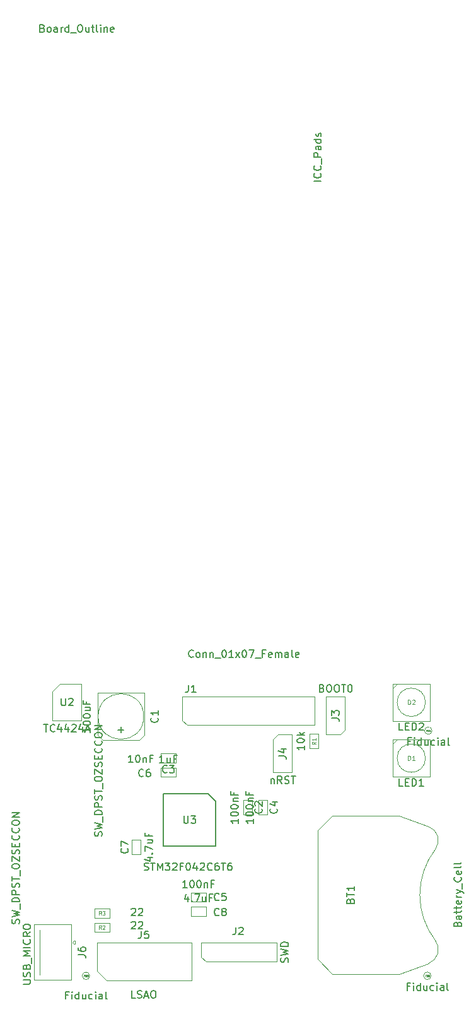
<source format=gbr>
G04 #@! TF.FileFunction,Other,Fab,Top*
%FSLAX46Y46*%
G04 Gerber Fmt 4.6, Leading zero omitted, Abs format (unit mm)*
G04 Created by KiCad (PCBNEW 4.0.7-e2-6376~58~ubuntu16.04.1) date Mon Apr 29 13:49:55 2019*
%MOMM*%
%LPD*%
G01*
G04 APERTURE LIST*
%ADD10C,0.100000*%
%ADD11C,0.150000*%
%ADD12C,0.060000*%
%ADD13C,0.075000*%
%ADD14C,0.040000*%
G04 APERTURE END LIST*
D10*
X178954412Y-105537000D02*
G75*
G03X178954412Y-105537000I-3059412J0D01*
G01*
X179045000Y-102387000D02*
X172745000Y-102387000D01*
X179045000Y-108017000D02*
X179045000Y-102387000D01*
X178375000Y-108687000D02*
X179045000Y-108017000D01*
X173415000Y-108687000D02*
X178375000Y-108687000D01*
X172745000Y-108017000D02*
X173415000Y-108687000D01*
X172745000Y-102387000D02*
X172745000Y-108017000D01*
X192293000Y-116729000D02*
X193533000Y-116729000D01*
X192293000Y-118729000D02*
X192293000Y-116729000D01*
X193533000Y-118729000D02*
X192293000Y-118729000D01*
X193533000Y-116729000D02*
X193533000Y-118729000D01*
X183245000Y-110505000D02*
X183245000Y-111745000D01*
X181245000Y-110505000D02*
X183245000Y-110505000D01*
X181245000Y-111745000D02*
X181245000Y-110505000D01*
X183245000Y-111745000D02*
X181245000Y-111745000D01*
X194325000Y-116729000D02*
X195565000Y-116729000D01*
X194325000Y-118729000D02*
X194325000Y-116729000D01*
X195565000Y-118729000D02*
X194325000Y-118729000D01*
X195565000Y-116729000D02*
X195565000Y-118729000D01*
X187309000Y-129174000D02*
X187309000Y-130414000D01*
X185309000Y-129174000D02*
X187309000Y-129174000D01*
X185309000Y-130414000D02*
X185309000Y-129174000D01*
X187309000Y-130414000D02*
X185309000Y-130414000D01*
X183245000Y-112410000D02*
X183245000Y-113650000D01*
X181245000Y-112410000D02*
X183245000Y-112410000D01*
X181245000Y-113650000D02*
X181245000Y-112410000D01*
X183245000Y-113650000D02*
X181245000Y-113650000D01*
X178547000Y-124063000D02*
X177307000Y-124063000D01*
X178547000Y-122063000D02*
X178547000Y-124063000D01*
X177307000Y-122063000D02*
X178547000Y-122063000D01*
X177307000Y-124063000D02*
X177307000Y-122063000D01*
X187309000Y-131079000D02*
X187309000Y-132319000D01*
X185309000Y-131079000D02*
X187309000Y-131079000D01*
X185309000Y-132319000D02*
X185309000Y-131079000D01*
X187309000Y-132319000D02*
X185309000Y-132319000D01*
X212384000Y-109225000D02*
X212984000Y-108625000D01*
X217384000Y-108625000D02*
X212384000Y-108625000D01*
X217384000Y-113625000D02*
X217384000Y-108625000D01*
X212384000Y-113625000D02*
X217384000Y-113625000D01*
X212384000Y-108625000D02*
X212384000Y-113625000D01*
X216784000Y-111125000D02*
G75*
G03X216784000Y-111125000I-1900000J0D01*
G01*
X212384000Y-101732000D02*
X212984000Y-101132000D01*
X217384000Y-101132000D02*
X212384000Y-101132000D01*
X217384000Y-106132000D02*
X217384000Y-101132000D01*
X212384000Y-106132000D02*
X217384000Y-106132000D01*
X212384000Y-101132000D02*
X212384000Y-106132000D01*
X216784000Y-103632000D02*
G75*
G03X216784000Y-103632000I-1900000J0D01*
G01*
X184150000Y-104775000D02*
X184150000Y-106045000D01*
X201930000Y-105410000D02*
X201930000Y-106680000D01*
X184150000Y-104775000D02*
X184150000Y-102870000D01*
X184150000Y-102870000D02*
X201930000Y-102870000D01*
X201930000Y-102870000D02*
X201930000Y-105410000D01*
X201930000Y-106680000D02*
X184785000Y-106680000D01*
X184785000Y-106680000D02*
X184150000Y-106045000D01*
X186690000Y-137795000D02*
X186690000Y-135890000D01*
X186690000Y-135890000D02*
X196850000Y-135890000D01*
X196850000Y-135890000D02*
X196850000Y-138430000D01*
X196850000Y-138430000D02*
X187325000Y-138430000D01*
X187325000Y-138430000D02*
X186690000Y-137795000D01*
X205359000Y-107950000D02*
X203454000Y-107950000D01*
X203454000Y-107950000D02*
X203454000Y-102870000D01*
X203454000Y-102870000D02*
X205994000Y-102870000D01*
X205994000Y-102870000D02*
X205994000Y-107315000D01*
X205994000Y-107315000D02*
X205359000Y-107950000D01*
X196977000Y-107950000D02*
X198882000Y-107950000D01*
X198882000Y-107950000D02*
X198882000Y-113030000D01*
X198882000Y-113030000D02*
X196342000Y-113030000D01*
X196342000Y-113030000D02*
X196342000Y-108585000D01*
X196342000Y-108585000D02*
X196977000Y-107950000D01*
X172720000Y-139700000D02*
X172720000Y-135890000D01*
X172720000Y-135890000D02*
X185420000Y-135890000D01*
X185420000Y-135890000D02*
X185420000Y-140970000D01*
X185420000Y-140970000D02*
X173990000Y-140970000D01*
X173990000Y-140970000D02*
X172720000Y-139700000D01*
X164251000Y-140910000D02*
X169251000Y-140910000D01*
X164949296Y-134160000D02*
X164949296Y-140160000D01*
X164249296Y-133410000D02*
X164249296Y-140910000D01*
X169251000Y-133410000D02*
X169251000Y-140910000D01*
X164251000Y-133410000D02*
X169251000Y-133410000D01*
X169351000Y-135860000D02*
X169551000Y-135660000D01*
X169551000Y-136060000D02*
X169351000Y-135860000D01*
X169761000Y-135660000D02*
X169761000Y-136060000D01*
X169761000Y-135660000D02*
X169551000Y-135660000D01*
X169761000Y-136060000D02*
X169551000Y-136060000D01*
X201183000Y-107839000D02*
X202423000Y-107839000D01*
X201183000Y-109839000D02*
X201183000Y-107839000D01*
X202423000Y-109839000D02*
X201183000Y-109839000D01*
X202423000Y-107839000D02*
X202423000Y-109839000D01*
X174355000Y-133238000D02*
X174355000Y-134478000D01*
X172355000Y-133238000D02*
X174355000Y-133238000D01*
X172355000Y-134478000D02*
X172355000Y-133238000D01*
X174355000Y-134478000D02*
X172355000Y-134478000D01*
X174355000Y-131333000D02*
X174355000Y-132573000D01*
X172355000Y-131333000D02*
X174355000Y-131333000D01*
X172355000Y-132573000D02*
X172355000Y-131333000D01*
X174355000Y-132573000D02*
X172355000Y-132573000D01*
X167706000Y-101182000D02*
X170606000Y-101182000D01*
X170606000Y-101182000D02*
X170606000Y-106082000D01*
X170606000Y-106082000D02*
X166706000Y-106082000D01*
X166706000Y-106082000D02*
X166706000Y-102182000D01*
X166706000Y-102182000D02*
X167706000Y-101182000D01*
D11*
X188612039Y-116911523D02*
X188612039Y-122911523D01*
X188612039Y-122911523D02*
X181612039Y-122911523D01*
X181612039Y-122911523D02*
X181612039Y-115911523D01*
X181612039Y-115911523D02*
X187612039Y-115911523D01*
X187612039Y-115911523D02*
X188612039Y-116911523D01*
D10*
X217207000Y-138667000D02*
X213277000Y-140107000D01*
X213277000Y-140107000D02*
X204277000Y-140107000D01*
X204277000Y-140107000D02*
X202287000Y-138117000D01*
X202287000Y-138117000D02*
X202287000Y-120837000D01*
X202287000Y-120837000D02*
X204277000Y-118847000D01*
X204277000Y-118847000D02*
X213277000Y-118847000D01*
X213277000Y-118847000D02*
X217207000Y-120287000D01*
X217205882Y-120296274D02*
G75*
G02X218107000Y-123377000I-678882J-1870726D01*
G01*
X218103043Y-135571852D02*
G75*
G02X218107000Y-123377000I7933957J6094852D01*
G01*
X218115508Y-135573145D02*
G75*
G02X217207000Y-138667000I-1588508J-1213855D01*
G01*
X217670000Y-107442000D02*
G75*
G03X217670000Y-107442000I-500000J0D01*
G01*
X217543000Y-140335000D02*
G75*
G03X217543000Y-140335000I-500000J0D01*
G01*
X171696000Y-140335000D02*
G75*
G03X171696000Y-140335000I-500000J0D01*
G01*
D11*
X171787381Y-107084619D02*
X171787381Y-107656048D01*
X171787381Y-107370334D02*
X170787381Y-107370334D01*
X170930238Y-107465572D01*
X171025476Y-107560810D01*
X171073095Y-107656048D01*
X170787381Y-106465572D02*
X170787381Y-106370333D01*
X170835000Y-106275095D01*
X170882619Y-106227476D01*
X170977857Y-106179857D01*
X171168333Y-106132238D01*
X171406429Y-106132238D01*
X171596905Y-106179857D01*
X171692143Y-106227476D01*
X171739762Y-106275095D01*
X171787381Y-106370333D01*
X171787381Y-106465572D01*
X171739762Y-106560810D01*
X171692143Y-106608429D01*
X171596905Y-106656048D01*
X171406429Y-106703667D01*
X171168333Y-106703667D01*
X170977857Y-106656048D01*
X170882619Y-106608429D01*
X170835000Y-106560810D01*
X170787381Y-106465572D01*
X170787381Y-105513191D02*
X170787381Y-105417952D01*
X170835000Y-105322714D01*
X170882619Y-105275095D01*
X170977857Y-105227476D01*
X171168333Y-105179857D01*
X171406429Y-105179857D01*
X171596905Y-105227476D01*
X171692143Y-105275095D01*
X171739762Y-105322714D01*
X171787381Y-105417952D01*
X171787381Y-105513191D01*
X171739762Y-105608429D01*
X171692143Y-105656048D01*
X171596905Y-105703667D01*
X171406429Y-105751286D01*
X171168333Y-105751286D01*
X170977857Y-105703667D01*
X170882619Y-105656048D01*
X170835000Y-105608429D01*
X170787381Y-105513191D01*
X171120714Y-104322714D02*
X171787381Y-104322714D01*
X171120714Y-104751286D02*
X171644524Y-104751286D01*
X171739762Y-104703667D01*
X171787381Y-104608429D01*
X171787381Y-104465571D01*
X171739762Y-104370333D01*
X171692143Y-104322714D01*
X171263571Y-103513190D02*
X171263571Y-103846524D01*
X171787381Y-103846524D02*
X170787381Y-103846524D01*
X170787381Y-103370333D01*
X175906429Y-107707952D02*
X175906429Y-106946047D01*
X176287381Y-107326999D02*
X175525476Y-107326999D01*
X180812143Y-105703666D02*
X180859762Y-105751285D01*
X180907381Y-105894142D01*
X180907381Y-105989380D01*
X180859762Y-106132238D01*
X180764524Y-106227476D01*
X180669286Y-106275095D01*
X180478810Y-106322714D01*
X180335952Y-106322714D01*
X180145476Y-106275095D01*
X180050238Y-106227476D01*
X179955000Y-106132238D01*
X179907381Y-105989380D01*
X179907381Y-105894142D01*
X179955000Y-105751285D01*
X180002619Y-105703666D01*
X180907381Y-104751285D02*
X180907381Y-105322714D01*
X180907381Y-105037000D02*
X179907381Y-105037000D01*
X180050238Y-105132238D01*
X180145476Y-105227476D01*
X180193095Y-105322714D01*
X191615381Y-119276619D02*
X191615381Y-119848048D01*
X191615381Y-119562334D02*
X190615381Y-119562334D01*
X190758238Y-119657572D01*
X190853476Y-119752810D01*
X190901095Y-119848048D01*
X190615381Y-118657572D02*
X190615381Y-118562333D01*
X190663000Y-118467095D01*
X190710619Y-118419476D01*
X190805857Y-118371857D01*
X190996333Y-118324238D01*
X191234429Y-118324238D01*
X191424905Y-118371857D01*
X191520143Y-118419476D01*
X191567762Y-118467095D01*
X191615381Y-118562333D01*
X191615381Y-118657572D01*
X191567762Y-118752810D01*
X191520143Y-118800429D01*
X191424905Y-118848048D01*
X191234429Y-118895667D01*
X190996333Y-118895667D01*
X190805857Y-118848048D01*
X190710619Y-118800429D01*
X190663000Y-118752810D01*
X190615381Y-118657572D01*
X190615381Y-117705191D02*
X190615381Y-117609952D01*
X190663000Y-117514714D01*
X190710619Y-117467095D01*
X190805857Y-117419476D01*
X190996333Y-117371857D01*
X191234429Y-117371857D01*
X191424905Y-117419476D01*
X191520143Y-117467095D01*
X191567762Y-117514714D01*
X191615381Y-117609952D01*
X191615381Y-117705191D01*
X191567762Y-117800429D01*
X191520143Y-117848048D01*
X191424905Y-117895667D01*
X191234429Y-117943286D01*
X190996333Y-117943286D01*
X190805857Y-117895667D01*
X190710619Y-117848048D01*
X190663000Y-117800429D01*
X190615381Y-117705191D01*
X190948714Y-116943286D02*
X191615381Y-116943286D01*
X191043952Y-116943286D02*
X190996333Y-116895667D01*
X190948714Y-116800429D01*
X190948714Y-116657571D01*
X190996333Y-116562333D01*
X191091571Y-116514714D01*
X191615381Y-116514714D01*
X191091571Y-115705190D02*
X191091571Y-116038524D01*
X191615381Y-116038524D02*
X190615381Y-116038524D01*
X190615381Y-115562333D01*
X194770143Y-117895666D02*
X194817762Y-117943285D01*
X194865381Y-118086142D01*
X194865381Y-118181380D01*
X194817762Y-118324238D01*
X194722524Y-118419476D01*
X194627286Y-118467095D01*
X194436810Y-118514714D01*
X194293952Y-118514714D01*
X194103476Y-118467095D01*
X194008238Y-118419476D01*
X193913000Y-118324238D01*
X193865381Y-118181380D01*
X193865381Y-118086142D01*
X193913000Y-117943285D01*
X193960619Y-117895666D01*
X193960619Y-117514714D02*
X193913000Y-117467095D01*
X193865381Y-117371857D01*
X193865381Y-117133761D01*
X193913000Y-117038523D01*
X193960619Y-116990904D01*
X194055857Y-116943285D01*
X194151095Y-116943285D01*
X194293952Y-116990904D01*
X194865381Y-117562333D01*
X194865381Y-116943285D01*
X177490572Y-111704381D02*
X176919143Y-111704381D01*
X177204857Y-111704381D02*
X177204857Y-110704381D01*
X177109619Y-110847238D01*
X177014381Y-110942476D01*
X176919143Y-110990095D01*
X178109619Y-110704381D02*
X178204858Y-110704381D01*
X178300096Y-110752000D01*
X178347715Y-110799619D01*
X178395334Y-110894857D01*
X178442953Y-111085333D01*
X178442953Y-111323429D01*
X178395334Y-111513905D01*
X178347715Y-111609143D01*
X178300096Y-111656762D01*
X178204858Y-111704381D01*
X178109619Y-111704381D01*
X178014381Y-111656762D01*
X177966762Y-111609143D01*
X177919143Y-111513905D01*
X177871524Y-111323429D01*
X177871524Y-111085333D01*
X177919143Y-110894857D01*
X177966762Y-110799619D01*
X178014381Y-110752000D01*
X178109619Y-110704381D01*
X178871524Y-111037714D02*
X178871524Y-111704381D01*
X178871524Y-111132952D02*
X178919143Y-111085333D01*
X179014381Y-111037714D01*
X179157239Y-111037714D01*
X179252477Y-111085333D01*
X179300096Y-111180571D01*
X179300096Y-111704381D01*
X180109620Y-111180571D02*
X179776286Y-111180571D01*
X179776286Y-111704381D02*
X179776286Y-110704381D01*
X180252477Y-110704381D01*
X182078334Y-112982143D02*
X182030715Y-113029762D01*
X181887858Y-113077381D01*
X181792620Y-113077381D01*
X181649762Y-113029762D01*
X181554524Y-112934524D01*
X181506905Y-112839286D01*
X181459286Y-112648810D01*
X181459286Y-112505952D01*
X181506905Y-112315476D01*
X181554524Y-112220238D01*
X181649762Y-112125000D01*
X181792620Y-112077381D01*
X181887858Y-112077381D01*
X182030715Y-112125000D01*
X182078334Y-112172619D01*
X182411667Y-112077381D02*
X183030715Y-112077381D01*
X182697381Y-112458333D01*
X182840239Y-112458333D01*
X182935477Y-112505952D01*
X182983096Y-112553571D01*
X183030715Y-112648810D01*
X183030715Y-112886905D01*
X182983096Y-112982143D01*
X182935477Y-113029762D01*
X182840239Y-113077381D01*
X182554524Y-113077381D01*
X182459286Y-113029762D01*
X182411667Y-112982143D01*
X193647381Y-119276619D02*
X193647381Y-119848048D01*
X193647381Y-119562334D02*
X192647381Y-119562334D01*
X192790238Y-119657572D01*
X192885476Y-119752810D01*
X192933095Y-119848048D01*
X192647381Y-118657572D02*
X192647381Y-118562333D01*
X192695000Y-118467095D01*
X192742619Y-118419476D01*
X192837857Y-118371857D01*
X193028333Y-118324238D01*
X193266429Y-118324238D01*
X193456905Y-118371857D01*
X193552143Y-118419476D01*
X193599762Y-118467095D01*
X193647381Y-118562333D01*
X193647381Y-118657572D01*
X193599762Y-118752810D01*
X193552143Y-118800429D01*
X193456905Y-118848048D01*
X193266429Y-118895667D01*
X193028333Y-118895667D01*
X192837857Y-118848048D01*
X192742619Y-118800429D01*
X192695000Y-118752810D01*
X192647381Y-118657572D01*
X192647381Y-117705191D02*
X192647381Y-117609952D01*
X192695000Y-117514714D01*
X192742619Y-117467095D01*
X192837857Y-117419476D01*
X193028333Y-117371857D01*
X193266429Y-117371857D01*
X193456905Y-117419476D01*
X193552143Y-117467095D01*
X193599762Y-117514714D01*
X193647381Y-117609952D01*
X193647381Y-117705191D01*
X193599762Y-117800429D01*
X193552143Y-117848048D01*
X193456905Y-117895667D01*
X193266429Y-117943286D01*
X193028333Y-117943286D01*
X192837857Y-117895667D01*
X192742619Y-117848048D01*
X192695000Y-117800429D01*
X192647381Y-117705191D01*
X192980714Y-116943286D02*
X193647381Y-116943286D01*
X193075952Y-116943286D02*
X193028333Y-116895667D01*
X192980714Y-116800429D01*
X192980714Y-116657571D01*
X193028333Y-116562333D01*
X193123571Y-116514714D01*
X193647381Y-116514714D01*
X193123571Y-115705190D02*
X193123571Y-116038524D01*
X193647381Y-116038524D02*
X192647381Y-116038524D01*
X192647381Y-115562333D01*
X196802143Y-117895666D02*
X196849762Y-117943285D01*
X196897381Y-118086142D01*
X196897381Y-118181380D01*
X196849762Y-118324238D01*
X196754524Y-118419476D01*
X196659286Y-118467095D01*
X196468810Y-118514714D01*
X196325952Y-118514714D01*
X196135476Y-118467095D01*
X196040238Y-118419476D01*
X195945000Y-118324238D01*
X195897381Y-118181380D01*
X195897381Y-118086142D01*
X195945000Y-117943285D01*
X195992619Y-117895666D01*
X196230714Y-117038523D02*
X196897381Y-117038523D01*
X195849762Y-117276619D02*
X196564048Y-117514714D01*
X196564048Y-116895666D01*
X184761381Y-128496381D02*
X184189952Y-128496381D01*
X184475666Y-128496381D02*
X184475666Y-127496381D01*
X184380428Y-127639238D01*
X184285190Y-127734476D01*
X184189952Y-127782095D01*
X185380428Y-127496381D02*
X185475667Y-127496381D01*
X185570905Y-127544000D01*
X185618524Y-127591619D01*
X185666143Y-127686857D01*
X185713762Y-127877333D01*
X185713762Y-128115429D01*
X185666143Y-128305905D01*
X185618524Y-128401143D01*
X185570905Y-128448762D01*
X185475667Y-128496381D01*
X185380428Y-128496381D01*
X185285190Y-128448762D01*
X185237571Y-128401143D01*
X185189952Y-128305905D01*
X185142333Y-128115429D01*
X185142333Y-127877333D01*
X185189952Y-127686857D01*
X185237571Y-127591619D01*
X185285190Y-127544000D01*
X185380428Y-127496381D01*
X186332809Y-127496381D02*
X186428048Y-127496381D01*
X186523286Y-127544000D01*
X186570905Y-127591619D01*
X186618524Y-127686857D01*
X186666143Y-127877333D01*
X186666143Y-128115429D01*
X186618524Y-128305905D01*
X186570905Y-128401143D01*
X186523286Y-128448762D01*
X186428048Y-128496381D01*
X186332809Y-128496381D01*
X186237571Y-128448762D01*
X186189952Y-128401143D01*
X186142333Y-128305905D01*
X186094714Y-128115429D01*
X186094714Y-127877333D01*
X186142333Y-127686857D01*
X186189952Y-127591619D01*
X186237571Y-127544000D01*
X186332809Y-127496381D01*
X187094714Y-127829714D02*
X187094714Y-128496381D01*
X187094714Y-127924952D02*
X187142333Y-127877333D01*
X187237571Y-127829714D01*
X187380429Y-127829714D01*
X187475667Y-127877333D01*
X187523286Y-127972571D01*
X187523286Y-128496381D01*
X188332810Y-127972571D02*
X187999476Y-127972571D01*
X187999476Y-128496381D02*
X187999476Y-127496381D01*
X188475667Y-127496381D01*
X189063334Y-130151143D02*
X189015715Y-130198762D01*
X188872858Y-130246381D01*
X188777620Y-130246381D01*
X188634762Y-130198762D01*
X188539524Y-130103524D01*
X188491905Y-130008286D01*
X188444286Y-129817810D01*
X188444286Y-129674952D01*
X188491905Y-129484476D01*
X188539524Y-129389238D01*
X188634762Y-129294000D01*
X188777620Y-129246381D01*
X188872858Y-129246381D01*
X189015715Y-129294000D01*
X189063334Y-129341619D01*
X189968096Y-129246381D02*
X189491905Y-129246381D01*
X189444286Y-129722571D01*
X189491905Y-129674952D01*
X189587143Y-129627333D01*
X189825239Y-129627333D01*
X189920477Y-129674952D01*
X189968096Y-129722571D01*
X190015715Y-129817810D01*
X190015715Y-130055905D01*
X189968096Y-130151143D01*
X189920477Y-130198762D01*
X189825239Y-130246381D01*
X189587143Y-130246381D01*
X189491905Y-130198762D01*
X189444286Y-130151143D01*
X181649762Y-111732381D02*
X181078333Y-111732381D01*
X181364047Y-111732381D02*
X181364047Y-110732381D01*
X181268809Y-110875238D01*
X181173571Y-110970476D01*
X181078333Y-111018095D01*
X182506905Y-111065714D02*
X182506905Y-111732381D01*
X182078333Y-111065714D02*
X182078333Y-111589524D01*
X182125952Y-111684762D01*
X182221190Y-111732381D01*
X182364048Y-111732381D01*
X182459286Y-111684762D01*
X182506905Y-111637143D01*
X183316429Y-111208571D02*
X182983095Y-111208571D01*
X182983095Y-111732381D02*
X182983095Y-110732381D01*
X183459286Y-110732381D01*
X178903334Y-113514143D02*
X178855715Y-113561762D01*
X178712858Y-113609381D01*
X178617620Y-113609381D01*
X178474762Y-113561762D01*
X178379524Y-113466524D01*
X178331905Y-113371286D01*
X178284286Y-113180810D01*
X178284286Y-113037952D01*
X178331905Y-112847476D01*
X178379524Y-112752238D01*
X178474762Y-112657000D01*
X178617620Y-112609381D01*
X178712858Y-112609381D01*
X178855715Y-112657000D01*
X178903334Y-112704619D01*
X179760477Y-112609381D02*
X179570000Y-112609381D01*
X179474762Y-112657000D01*
X179427143Y-112704619D01*
X179331905Y-112847476D01*
X179284286Y-113037952D01*
X179284286Y-113418905D01*
X179331905Y-113514143D01*
X179379524Y-113561762D01*
X179474762Y-113609381D01*
X179665239Y-113609381D01*
X179760477Y-113561762D01*
X179808096Y-113514143D01*
X179855715Y-113418905D01*
X179855715Y-113180810D01*
X179808096Y-113085571D01*
X179760477Y-113037952D01*
X179665239Y-112990333D01*
X179474762Y-112990333D01*
X179379524Y-113037952D01*
X179331905Y-113085571D01*
X179284286Y-113180810D01*
X179462714Y-124467761D02*
X180129381Y-124467761D01*
X179081762Y-124705857D02*
X179796048Y-124943952D01*
X179796048Y-124324904D01*
X180034143Y-123943952D02*
X180081762Y-123896333D01*
X180129381Y-123943952D01*
X180081762Y-123991571D01*
X180034143Y-123943952D01*
X180129381Y-123943952D01*
X179129381Y-123563000D02*
X179129381Y-122896333D01*
X180129381Y-123324905D01*
X179462714Y-122086809D02*
X180129381Y-122086809D01*
X179462714Y-122515381D02*
X179986524Y-122515381D01*
X180081762Y-122467762D01*
X180129381Y-122372524D01*
X180129381Y-122229666D01*
X180081762Y-122134428D01*
X180034143Y-122086809D01*
X179605571Y-121277285D02*
X179605571Y-121610619D01*
X180129381Y-121610619D02*
X179129381Y-121610619D01*
X179129381Y-121134428D01*
X176784143Y-123229666D02*
X176831762Y-123277285D01*
X176879381Y-123420142D01*
X176879381Y-123515380D01*
X176831762Y-123658238D01*
X176736524Y-123753476D01*
X176641286Y-123801095D01*
X176450810Y-123848714D01*
X176307952Y-123848714D01*
X176117476Y-123801095D01*
X176022238Y-123753476D01*
X175927000Y-123658238D01*
X175879381Y-123515380D01*
X175879381Y-123420142D01*
X175927000Y-123277285D01*
X175974619Y-123229666D01*
X175879381Y-122896333D02*
X175879381Y-122229666D01*
X176879381Y-122658238D01*
X184904239Y-129734714D02*
X184904239Y-130401381D01*
X184666143Y-129353762D02*
X184428048Y-130068048D01*
X185047096Y-130068048D01*
X185428048Y-130306143D02*
X185475667Y-130353762D01*
X185428048Y-130401381D01*
X185380429Y-130353762D01*
X185428048Y-130306143D01*
X185428048Y-130401381D01*
X185809000Y-129401381D02*
X186475667Y-129401381D01*
X186047095Y-130401381D01*
X187285191Y-129734714D02*
X187285191Y-130401381D01*
X186856619Y-129734714D02*
X186856619Y-130258524D01*
X186904238Y-130353762D01*
X186999476Y-130401381D01*
X187142334Y-130401381D01*
X187237572Y-130353762D01*
X187285191Y-130306143D01*
X188094715Y-129877571D02*
X187761381Y-129877571D01*
X187761381Y-130401381D02*
X187761381Y-129401381D01*
X188237572Y-129401381D01*
X189063334Y-132183143D02*
X189015715Y-132230762D01*
X188872858Y-132278381D01*
X188777620Y-132278381D01*
X188634762Y-132230762D01*
X188539524Y-132135524D01*
X188491905Y-132040286D01*
X188444286Y-131849810D01*
X188444286Y-131706952D01*
X188491905Y-131516476D01*
X188539524Y-131421238D01*
X188634762Y-131326000D01*
X188777620Y-131278381D01*
X188872858Y-131278381D01*
X189015715Y-131326000D01*
X189063334Y-131373619D01*
X189634762Y-131706952D02*
X189539524Y-131659333D01*
X189491905Y-131611714D01*
X189444286Y-131516476D01*
X189444286Y-131468857D01*
X189491905Y-131373619D01*
X189539524Y-131326000D01*
X189634762Y-131278381D01*
X189825239Y-131278381D01*
X189920477Y-131326000D01*
X189968096Y-131373619D01*
X190015715Y-131468857D01*
X190015715Y-131516476D01*
X189968096Y-131611714D01*
X189920477Y-131659333D01*
X189825239Y-131706952D01*
X189634762Y-131706952D01*
X189539524Y-131754571D01*
X189491905Y-131802190D01*
X189444286Y-131897429D01*
X189444286Y-132087905D01*
X189491905Y-132183143D01*
X189539524Y-132230762D01*
X189634762Y-132278381D01*
X189825239Y-132278381D01*
X189920477Y-132230762D01*
X189968096Y-132183143D01*
X190015715Y-132087905D01*
X190015715Y-131897429D01*
X189968096Y-131802190D01*
X189920477Y-131754571D01*
X189825239Y-131706952D01*
X213764953Y-114877381D02*
X213288762Y-114877381D01*
X213288762Y-113877381D01*
X214098286Y-114353571D02*
X214431620Y-114353571D01*
X214574477Y-114877381D02*
X214098286Y-114877381D01*
X214098286Y-113877381D01*
X214574477Y-113877381D01*
X215003048Y-114877381D02*
X215003048Y-113877381D01*
X215241143Y-113877381D01*
X215384001Y-113925000D01*
X215479239Y-114020238D01*
X215526858Y-114115476D01*
X215574477Y-114305952D01*
X215574477Y-114448810D01*
X215526858Y-114639286D01*
X215479239Y-114734524D01*
X215384001Y-114829762D01*
X215241143Y-114877381D01*
X215003048Y-114877381D01*
X216526858Y-114877381D02*
X215955429Y-114877381D01*
X216241143Y-114877381D02*
X216241143Y-113877381D01*
X216145905Y-114020238D01*
X216050667Y-114115476D01*
X215955429Y-114163095D01*
D12*
X214441143Y-111396429D02*
X214441143Y-110796429D01*
X214584000Y-110796429D01*
X214669715Y-110825000D01*
X214726857Y-110882143D01*
X214755429Y-110939286D01*
X214784000Y-111053571D01*
X214784000Y-111139286D01*
X214755429Y-111253571D01*
X214726857Y-111310714D01*
X214669715Y-111367857D01*
X214584000Y-111396429D01*
X214441143Y-111396429D01*
X215355429Y-111396429D02*
X215012572Y-111396429D01*
X215184000Y-111396429D02*
X215184000Y-110796429D01*
X215126857Y-110882143D01*
X215069715Y-110939286D01*
X215012572Y-110967857D01*
D11*
X213764953Y-107384381D02*
X213288762Y-107384381D01*
X213288762Y-106384381D01*
X214098286Y-106860571D02*
X214431620Y-106860571D01*
X214574477Y-107384381D02*
X214098286Y-107384381D01*
X214098286Y-106384381D01*
X214574477Y-106384381D01*
X215003048Y-107384381D02*
X215003048Y-106384381D01*
X215241143Y-106384381D01*
X215384001Y-106432000D01*
X215479239Y-106527238D01*
X215526858Y-106622476D01*
X215574477Y-106812952D01*
X215574477Y-106955810D01*
X215526858Y-107146286D01*
X215479239Y-107241524D01*
X215384001Y-107336762D01*
X215241143Y-107384381D01*
X215003048Y-107384381D01*
X215955429Y-106479619D02*
X216003048Y-106432000D01*
X216098286Y-106384381D01*
X216336382Y-106384381D01*
X216431620Y-106432000D01*
X216479239Y-106479619D01*
X216526858Y-106574857D01*
X216526858Y-106670095D01*
X216479239Y-106812952D01*
X215907810Y-107384381D01*
X216526858Y-107384381D01*
D12*
X214441143Y-103903429D02*
X214441143Y-103303429D01*
X214584000Y-103303429D01*
X214669715Y-103332000D01*
X214726857Y-103389143D01*
X214755429Y-103446286D01*
X214784000Y-103560571D01*
X214784000Y-103646286D01*
X214755429Y-103760571D01*
X214726857Y-103817714D01*
X214669715Y-103874857D01*
X214584000Y-103903429D01*
X214441143Y-103903429D01*
X215012572Y-103360571D02*
X215041143Y-103332000D01*
X215098286Y-103303429D01*
X215241143Y-103303429D01*
X215298286Y-103332000D01*
X215326857Y-103360571D01*
X215355429Y-103417714D01*
X215355429Y-103474857D01*
X215326857Y-103560571D01*
X214984000Y-103903429D01*
X215355429Y-103903429D01*
D11*
X185619285Y-97512143D02*
X185571666Y-97559762D01*
X185428809Y-97607381D01*
X185333571Y-97607381D01*
X185190713Y-97559762D01*
X185095475Y-97464524D01*
X185047856Y-97369286D01*
X185000237Y-97178810D01*
X185000237Y-97035952D01*
X185047856Y-96845476D01*
X185095475Y-96750238D01*
X185190713Y-96655000D01*
X185333571Y-96607381D01*
X185428809Y-96607381D01*
X185571666Y-96655000D01*
X185619285Y-96702619D01*
X186190713Y-97607381D02*
X186095475Y-97559762D01*
X186047856Y-97512143D01*
X186000237Y-97416905D01*
X186000237Y-97131190D01*
X186047856Y-97035952D01*
X186095475Y-96988333D01*
X186190713Y-96940714D01*
X186333571Y-96940714D01*
X186428809Y-96988333D01*
X186476428Y-97035952D01*
X186524047Y-97131190D01*
X186524047Y-97416905D01*
X186476428Y-97512143D01*
X186428809Y-97559762D01*
X186333571Y-97607381D01*
X186190713Y-97607381D01*
X186952618Y-96940714D02*
X186952618Y-97607381D01*
X186952618Y-97035952D02*
X187000237Y-96988333D01*
X187095475Y-96940714D01*
X187238333Y-96940714D01*
X187333571Y-96988333D01*
X187381190Y-97083571D01*
X187381190Y-97607381D01*
X187857380Y-96940714D02*
X187857380Y-97607381D01*
X187857380Y-97035952D02*
X187904999Y-96988333D01*
X188000237Y-96940714D01*
X188143095Y-96940714D01*
X188238333Y-96988333D01*
X188285952Y-97083571D01*
X188285952Y-97607381D01*
X188524047Y-97702619D02*
X189285952Y-97702619D01*
X189714523Y-96607381D02*
X189809762Y-96607381D01*
X189905000Y-96655000D01*
X189952619Y-96702619D01*
X190000238Y-96797857D01*
X190047857Y-96988333D01*
X190047857Y-97226429D01*
X190000238Y-97416905D01*
X189952619Y-97512143D01*
X189905000Y-97559762D01*
X189809762Y-97607381D01*
X189714523Y-97607381D01*
X189619285Y-97559762D01*
X189571666Y-97512143D01*
X189524047Y-97416905D01*
X189476428Y-97226429D01*
X189476428Y-96988333D01*
X189524047Y-96797857D01*
X189571666Y-96702619D01*
X189619285Y-96655000D01*
X189714523Y-96607381D01*
X191000238Y-97607381D02*
X190428809Y-97607381D01*
X190714523Y-97607381D02*
X190714523Y-96607381D01*
X190619285Y-96750238D01*
X190524047Y-96845476D01*
X190428809Y-96893095D01*
X191333571Y-97607381D02*
X191857381Y-96940714D01*
X191333571Y-96940714D02*
X191857381Y-97607381D01*
X192428809Y-96607381D02*
X192524048Y-96607381D01*
X192619286Y-96655000D01*
X192666905Y-96702619D01*
X192714524Y-96797857D01*
X192762143Y-96988333D01*
X192762143Y-97226429D01*
X192714524Y-97416905D01*
X192666905Y-97512143D01*
X192619286Y-97559762D01*
X192524048Y-97607381D01*
X192428809Y-97607381D01*
X192333571Y-97559762D01*
X192285952Y-97512143D01*
X192238333Y-97416905D01*
X192190714Y-97226429D01*
X192190714Y-96988333D01*
X192238333Y-96797857D01*
X192285952Y-96702619D01*
X192333571Y-96655000D01*
X192428809Y-96607381D01*
X193095476Y-96607381D02*
X193762143Y-96607381D01*
X193333571Y-97607381D01*
X193905000Y-97702619D02*
X194666905Y-97702619D01*
X195238334Y-97083571D02*
X194905000Y-97083571D01*
X194905000Y-97607381D02*
X194905000Y-96607381D01*
X195381191Y-96607381D01*
X196143096Y-97559762D02*
X196047858Y-97607381D01*
X195857381Y-97607381D01*
X195762143Y-97559762D01*
X195714524Y-97464524D01*
X195714524Y-97083571D01*
X195762143Y-96988333D01*
X195857381Y-96940714D01*
X196047858Y-96940714D01*
X196143096Y-96988333D01*
X196190715Y-97083571D01*
X196190715Y-97178810D01*
X195714524Y-97274048D01*
X196619286Y-97607381D02*
X196619286Y-96940714D01*
X196619286Y-97035952D02*
X196666905Y-96988333D01*
X196762143Y-96940714D01*
X196905001Y-96940714D01*
X197000239Y-96988333D01*
X197047858Y-97083571D01*
X197047858Y-97607381D01*
X197047858Y-97083571D02*
X197095477Y-96988333D01*
X197190715Y-96940714D01*
X197333572Y-96940714D01*
X197428810Y-96988333D01*
X197476429Y-97083571D01*
X197476429Y-97607381D01*
X198381191Y-97607381D02*
X198381191Y-97083571D01*
X198333572Y-96988333D01*
X198238334Y-96940714D01*
X198047857Y-96940714D01*
X197952619Y-96988333D01*
X198381191Y-97559762D02*
X198285953Y-97607381D01*
X198047857Y-97607381D01*
X197952619Y-97559762D01*
X197905000Y-97464524D01*
X197905000Y-97369286D01*
X197952619Y-97274048D01*
X198047857Y-97226429D01*
X198285953Y-97226429D01*
X198381191Y-97178810D01*
X199000238Y-97607381D02*
X198905000Y-97559762D01*
X198857381Y-97464524D01*
X198857381Y-96607381D01*
X199762144Y-97559762D02*
X199666906Y-97607381D01*
X199476429Y-97607381D01*
X199381191Y-97559762D01*
X199333572Y-97464524D01*
X199333572Y-97083571D01*
X199381191Y-96988333D01*
X199476429Y-96940714D01*
X199666906Y-96940714D01*
X199762144Y-96988333D01*
X199809763Y-97083571D01*
X199809763Y-97178810D01*
X199333572Y-97274048D01*
X184959667Y-101306381D02*
X184959667Y-102020667D01*
X184912047Y-102163524D01*
X184816809Y-102258762D01*
X184673952Y-102306381D01*
X184578714Y-102306381D01*
X185959667Y-102306381D02*
X185388238Y-102306381D01*
X185673952Y-102306381D02*
X185673952Y-101306381D01*
X185578714Y-101449238D01*
X185483476Y-101544476D01*
X185388238Y-101592095D01*
X198314762Y-138517143D02*
X198362381Y-138374286D01*
X198362381Y-138136190D01*
X198314762Y-138040952D01*
X198267143Y-137993333D01*
X198171905Y-137945714D01*
X198076667Y-137945714D01*
X197981429Y-137993333D01*
X197933810Y-138040952D01*
X197886190Y-138136190D01*
X197838571Y-138326667D01*
X197790952Y-138421905D01*
X197743333Y-138469524D01*
X197648095Y-138517143D01*
X197552857Y-138517143D01*
X197457619Y-138469524D01*
X197410000Y-138421905D01*
X197362381Y-138326667D01*
X197362381Y-138088571D01*
X197410000Y-137945714D01*
X197362381Y-137612381D02*
X198362381Y-137374286D01*
X197648095Y-137183809D01*
X198362381Y-136993333D01*
X197362381Y-136755238D01*
X198362381Y-136374286D02*
X197362381Y-136374286D01*
X197362381Y-136136191D01*
X197410000Y-135993333D01*
X197505238Y-135898095D01*
X197600476Y-135850476D01*
X197790952Y-135802857D01*
X197933810Y-135802857D01*
X198124286Y-135850476D01*
X198219524Y-135898095D01*
X198314762Y-135993333D01*
X198362381Y-136136191D01*
X198362381Y-136374286D01*
X191309667Y-133818381D02*
X191309667Y-134532667D01*
X191262047Y-134675524D01*
X191166809Y-134770762D01*
X191023952Y-134818381D01*
X190928714Y-134818381D01*
X191738238Y-133913619D02*
X191785857Y-133866000D01*
X191881095Y-133818381D01*
X192119191Y-133818381D01*
X192214429Y-133866000D01*
X192262048Y-133913619D01*
X192309667Y-134008857D01*
X192309667Y-134104095D01*
X192262048Y-134246952D01*
X191690619Y-134818381D01*
X192309667Y-134818381D01*
X202890667Y-101738571D02*
X203033524Y-101786190D01*
X203081143Y-101833810D01*
X203128762Y-101929048D01*
X203128762Y-102071905D01*
X203081143Y-102167143D01*
X203033524Y-102214762D01*
X202938286Y-102262381D01*
X202557333Y-102262381D01*
X202557333Y-101262381D01*
X202890667Y-101262381D01*
X202985905Y-101310000D01*
X203033524Y-101357619D01*
X203081143Y-101452857D01*
X203081143Y-101548095D01*
X203033524Y-101643333D01*
X202985905Y-101690952D01*
X202890667Y-101738571D01*
X202557333Y-101738571D01*
X203747809Y-101262381D02*
X203938286Y-101262381D01*
X204033524Y-101310000D01*
X204128762Y-101405238D01*
X204176381Y-101595714D01*
X204176381Y-101929048D01*
X204128762Y-102119524D01*
X204033524Y-102214762D01*
X203938286Y-102262381D01*
X203747809Y-102262381D01*
X203652571Y-102214762D01*
X203557333Y-102119524D01*
X203509714Y-101929048D01*
X203509714Y-101595714D01*
X203557333Y-101405238D01*
X203652571Y-101310000D01*
X203747809Y-101262381D01*
X204795428Y-101262381D02*
X204985905Y-101262381D01*
X205081143Y-101310000D01*
X205176381Y-101405238D01*
X205224000Y-101595714D01*
X205224000Y-101929048D01*
X205176381Y-102119524D01*
X205081143Y-102214762D01*
X204985905Y-102262381D01*
X204795428Y-102262381D01*
X204700190Y-102214762D01*
X204604952Y-102119524D01*
X204557333Y-101929048D01*
X204557333Y-101595714D01*
X204604952Y-101405238D01*
X204700190Y-101310000D01*
X204795428Y-101262381D01*
X205509714Y-101262381D02*
X206081143Y-101262381D01*
X205795428Y-102262381D02*
X205795428Y-101262381D01*
X206604952Y-101262381D02*
X206700191Y-101262381D01*
X206795429Y-101310000D01*
X206843048Y-101357619D01*
X206890667Y-101452857D01*
X206938286Y-101643333D01*
X206938286Y-101881429D01*
X206890667Y-102071905D01*
X206843048Y-102167143D01*
X206795429Y-102214762D01*
X206700191Y-102262381D01*
X206604952Y-102262381D01*
X206509714Y-102214762D01*
X206462095Y-102167143D01*
X206414476Y-102071905D01*
X206366857Y-101881429D01*
X206366857Y-101643333D01*
X206414476Y-101452857D01*
X206462095Y-101357619D01*
X206509714Y-101310000D01*
X206604952Y-101262381D01*
X204176381Y-105743333D02*
X204890667Y-105743333D01*
X205033524Y-105790953D01*
X205128762Y-105886191D01*
X205176381Y-106029048D01*
X205176381Y-106124286D01*
X204176381Y-105362381D02*
X204176381Y-104743333D01*
X204557333Y-105076667D01*
X204557333Y-104933809D01*
X204604952Y-104838571D01*
X204652571Y-104790952D01*
X204747810Y-104743333D01*
X204985905Y-104743333D01*
X205081143Y-104790952D01*
X205128762Y-104838571D01*
X205176381Y-104933809D01*
X205176381Y-105219524D01*
X205128762Y-105314762D01*
X205081143Y-105362381D01*
X196040571Y-113875714D02*
X196040571Y-114542381D01*
X196040571Y-113970952D02*
X196088190Y-113923333D01*
X196183428Y-113875714D01*
X196326286Y-113875714D01*
X196421524Y-113923333D01*
X196469143Y-114018571D01*
X196469143Y-114542381D01*
X197516762Y-114542381D02*
X197183428Y-114066190D01*
X196945333Y-114542381D02*
X196945333Y-113542381D01*
X197326286Y-113542381D01*
X197421524Y-113590000D01*
X197469143Y-113637619D01*
X197516762Y-113732857D01*
X197516762Y-113875714D01*
X197469143Y-113970952D01*
X197421524Y-114018571D01*
X197326286Y-114066190D01*
X196945333Y-114066190D01*
X197897714Y-114494762D02*
X198040571Y-114542381D01*
X198278667Y-114542381D01*
X198373905Y-114494762D01*
X198421524Y-114447143D01*
X198469143Y-114351905D01*
X198469143Y-114256667D01*
X198421524Y-114161429D01*
X198373905Y-114113810D01*
X198278667Y-114066190D01*
X198088190Y-114018571D01*
X197992952Y-113970952D01*
X197945333Y-113923333D01*
X197897714Y-113828095D01*
X197897714Y-113732857D01*
X197945333Y-113637619D01*
X197992952Y-113590000D01*
X198088190Y-113542381D01*
X198326286Y-113542381D01*
X198469143Y-113590000D01*
X198754857Y-113542381D02*
X199326286Y-113542381D01*
X199040571Y-114542381D02*
X199040571Y-113542381D01*
X197064381Y-110823333D02*
X197778667Y-110823333D01*
X197921524Y-110870953D01*
X198016762Y-110966191D01*
X198064381Y-111109048D01*
X198064381Y-111204286D01*
X197397714Y-109918571D02*
X198064381Y-109918571D01*
X197016762Y-110156667D02*
X197731048Y-110394762D01*
X197731048Y-109775714D01*
X177823953Y-143327381D02*
X177347762Y-143327381D01*
X177347762Y-142327381D01*
X178109667Y-143279762D02*
X178252524Y-143327381D01*
X178490620Y-143327381D01*
X178585858Y-143279762D01*
X178633477Y-143232143D01*
X178681096Y-143136905D01*
X178681096Y-143041667D01*
X178633477Y-142946429D01*
X178585858Y-142898810D01*
X178490620Y-142851190D01*
X178300143Y-142803571D01*
X178204905Y-142755952D01*
X178157286Y-142708333D01*
X178109667Y-142613095D01*
X178109667Y-142517857D01*
X178157286Y-142422619D01*
X178204905Y-142375000D01*
X178300143Y-142327381D01*
X178538239Y-142327381D01*
X178681096Y-142375000D01*
X179062048Y-143041667D02*
X179538239Y-143041667D01*
X178966810Y-143327381D02*
X179300143Y-142327381D01*
X179633477Y-143327381D01*
X180157286Y-142327381D02*
X180347763Y-142327381D01*
X180443001Y-142375000D01*
X180538239Y-142470238D01*
X180585858Y-142660714D01*
X180585858Y-142994048D01*
X180538239Y-143184524D01*
X180443001Y-143279762D01*
X180347763Y-143327381D01*
X180157286Y-143327381D01*
X180062048Y-143279762D01*
X179966810Y-143184524D01*
X179919191Y-142994048D01*
X179919191Y-142660714D01*
X179966810Y-142470238D01*
X180062048Y-142375000D01*
X180157286Y-142327381D01*
X178609667Y-134326381D02*
X178609667Y-135040667D01*
X178562047Y-135183524D01*
X178466809Y-135278762D01*
X178323952Y-135326381D01*
X178228714Y-135326381D01*
X179562048Y-134326381D02*
X179085857Y-134326381D01*
X179038238Y-134802571D01*
X179085857Y-134754952D01*
X179181095Y-134707333D01*
X179419191Y-134707333D01*
X179514429Y-134754952D01*
X179562048Y-134802571D01*
X179609667Y-134897810D01*
X179609667Y-135135905D01*
X179562048Y-135231143D01*
X179514429Y-135278762D01*
X179419191Y-135326381D01*
X179181095Y-135326381D01*
X179085857Y-135278762D01*
X179038238Y-135231143D01*
X162753381Y-141436190D02*
X163562905Y-141436190D01*
X163658143Y-141388571D01*
X163705762Y-141340952D01*
X163753381Y-141245714D01*
X163753381Y-141055237D01*
X163705762Y-140959999D01*
X163658143Y-140912380D01*
X163562905Y-140864761D01*
X162753381Y-140864761D01*
X163705762Y-140436190D02*
X163753381Y-140293333D01*
X163753381Y-140055237D01*
X163705762Y-139959999D01*
X163658143Y-139912380D01*
X163562905Y-139864761D01*
X163467667Y-139864761D01*
X163372429Y-139912380D01*
X163324810Y-139959999D01*
X163277190Y-140055237D01*
X163229571Y-140245714D01*
X163181952Y-140340952D01*
X163134333Y-140388571D01*
X163039095Y-140436190D01*
X162943857Y-140436190D01*
X162848619Y-140388571D01*
X162801000Y-140340952D01*
X162753381Y-140245714D01*
X162753381Y-140007618D01*
X162801000Y-139864761D01*
X163229571Y-139102856D02*
X163277190Y-138959999D01*
X163324810Y-138912380D01*
X163420048Y-138864761D01*
X163562905Y-138864761D01*
X163658143Y-138912380D01*
X163705762Y-138959999D01*
X163753381Y-139055237D01*
X163753381Y-139436190D01*
X162753381Y-139436190D01*
X162753381Y-139102856D01*
X162801000Y-139007618D01*
X162848619Y-138959999D01*
X162943857Y-138912380D01*
X163039095Y-138912380D01*
X163134333Y-138959999D01*
X163181952Y-139007618D01*
X163229571Y-139102856D01*
X163229571Y-139436190D01*
X163848619Y-138674285D02*
X163848619Y-137912380D01*
X163753381Y-137674285D02*
X162753381Y-137674285D01*
X163467667Y-137340951D01*
X162753381Y-137007618D01*
X163753381Y-137007618D01*
X163753381Y-136531428D02*
X162753381Y-136531428D01*
X163658143Y-135483809D02*
X163705762Y-135531428D01*
X163753381Y-135674285D01*
X163753381Y-135769523D01*
X163705762Y-135912381D01*
X163610524Y-136007619D01*
X163515286Y-136055238D01*
X163324810Y-136102857D01*
X163181952Y-136102857D01*
X162991476Y-136055238D01*
X162896238Y-136007619D01*
X162801000Y-135912381D01*
X162753381Y-135769523D01*
X162753381Y-135674285D01*
X162801000Y-135531428D01*
X162848619Y-135483809D01*
X163753381Y-134483809D02*
X163277190Y-134817143D01*
X163753381Y-135055238D02*
X162753381Y-135055238D01*
X162753381Y-134674285D01*
X162801000Y-134579047D01*
X162848619Y-134531428D01*
X162943857Y-134483809D01*
X163086714Y-134483809D01*
X163181952Y-134531428D01*
X163229571Y-134579047D01*
X163277190Y-134674285D01*
X163277190Y-135055238D01*
X162753381Y-133864762D02*
X162753381Y-133674285D01*
X162801000Y-133579047D01*
X162896238Y-133483809D01*
X163086714Y-133436190D01*
X163420048Y-133436190D01*
X163610524Y-133483809D01*
X163705762Y-133579047D01*
X163753381Y-133674285D01*
X163753381Y-133864762D01*
X163705762Y-133960000D01*
X163610524Y-134055238D01*
X163420048Y-134102857D01*
X163086714Y-134102857D01*
X162896238Y-134055238D01*
X162801000Y-133960000D01*
X162753381Y-133864762D01*
X170140381Y-137493333D02*
X170854667Y-137493333D01*
X170997524Y-137540953D01*
X171092762Y-137636191D01*
X171140381Y-137779048D01*
X171140381Y-137874286D01*
X170140381Y-136588571D02*
X170140381Y-136779048D01*
X170188000Y-136874286D01*
X170235619Y-136921905D01*
X170378476Y-137017143D01*
X170568952Y-137064762D01*
X170949905Y-137064762D01*
X171045143Y-137017143D01*
X171092762Y-136969524D01*
X171140381Y-136874286D01*
X171140381Y-136683809D01*
X171092762Y-136588571D01*
X171045143Y-136540952D01*
X170949905Y-136493333D01*
X170711810Y-136493333D01*
X170616571Y-136540952D01*
X170568952Y-136588571D01*
X170521333Y-136683809D01*
X170521333Y-136874286D01*
X170568952Y-136969524D01*
X170616571Y-137017143D01*
X170711810Y-137064762D01*
X200505381Y-109434238D02*
X200505381Y-110005667D01*
X200505381Y-109719953D02*
X199505381Y-109719953D01*
X199648238Y-109815191D01*
X199743476Y-109910429D01*
X199791095Y-110005667D01*
X199505381Y-108815191D02*
X199505381Y-108719952D01*
X199553000Y-108624714D01*
X199600619Y-108577095D01*
X199695857Y-108529476D01*
X199886333Y-108481857D01*
X200124429Y-108481857D01*
X200314905Y-108529476D01*
X200410143Y-108577095D01*
X200457762Y-108624714D01*
X200505381Y-108719952D01*
X200505381Y-108815191D01*
X200457762Y-108910429D01*
X200410143Y-108958048D01*
X200314905Y-109005667D01*
X200124429Y-109053286D01*
X199886333Y-109053286D01*
X199695857Y-109005667D01*
X199600619Y-108958048D01*
X199553000Y-108910429D01*
X199505381Y-108815191D01*
X200505381Y-108053286D02*
X199505381Y-108053286D01*
X200124429Y-107958048D02*
X200505381Y-107672333D01*
X199838714Y-107672333D02*
X200219667Y-108053286D01*
D13*
X202029190Y-108922333D02*
X201791095Y-109089000D01*
X202029190Y-109208047D02*
X201529190Y-109208047D01*
X201529190Y-109017571D01*
X201553000Y-108969952D01*
X201576810Y-108946143D01*
X201624429Y-108922333D01*
X201695857Y-108922333D01*
X201743476Y-108946143D01*
X201767286Y-108969952D01*
X201791095Y-109017571D01*
X201791095Y-109208047D01*
X202029190Y-108446143D02*
X202029190Y-108731857D01*
X202029190Y-108589000D02*
X201529190Y-108589000D01*
X201600619Y-108636619D01*
X201648238Y-108684238D01*
X201672048Y-108731857D01*
D11*
X177292095Y-133151619D02*
X177339714Y-133104000D01*
X177434952Y-133056381D01*
X177673048Y-133056381D01*
X177768286Y-133104000D01*
X177815905Y-133151619D01*
X177863524Y-133246857D01*
X177863524Y-133342095D01*
X177815905Y-133484952D01*
X177244476Y-134056381D01*
X177863524Y-134056381D01*
X178244476Y-133151619D02*
X178292095Y-133104000D01*
X178387333Y-133056381D01*
X178625429Y-133056381D01*
X178720667Y-133104000D01*
X178768286Y-133151619D01*
X178815905Y-133246857D01*
X178815905Y-133342095D01*
X178768286Y-133484952D01*
X178196857Y-134056381D01*
X178815905Y-134056381D01*
D13*
X173271667Y-134084190D02*
X173105000Y-133846095D01*
X172985953Y-134084190D02*
X172985953Y-133584190D01*
X173176429Y-133584190D01*
X173224048Y-133608000D01*
X173247857Y-133631810D01*
X173271667Y-133679429D01*
X173271667Y-133750857D01*
X173247857Y-133798476D01*
X173224048Y-133822286D01*
X173176429Y-133846095D01*
X172985953Y-133846095D01*
X173462143Y-133631810D02*
X173485953Y-133608000D01*
X173533572Y-133584190D01*
X173652619Y-133584190D01*
X173700238Y-133608000D01*
X173724048Y-133631810D01*
X173747857Y-133679429D01*
X173747857Y-133727048D01*
X173724048Y-133798476D01*
X173438334Y-134084190D01*
X173747857Y-134084190D01*
D11*
X177292095Y-131373619D02*
X177339714Y-131326000D01*
X177434952Y-131278381D01*
X177673048Y-131278381D01*
X177768286Y-131326000D01*
X177815905Y-131373619D01*
X177863524Y-131468857D01*
X177863524Y-131564095D01*
X177815905Y-131706952D01*
X177244476Y-132278381D01*
X177863524Y-132278381D01*
X178244476Y-131373619D02*
X178292095Y-131326000D01*
X178387333Y-131278381D01*
X178625429Y-131278381D01*
X178720667Y-131326000D01*
X178768286Y-131373619D01*
X178815905Y-131468857D01*
X178815905Y-131564095D01*
X178768286Y-131706952D01*
X178196857Y-132278381D01*
X178815905Y-132278381D01*
D13*
X173271667Y-132179190D02*
X173105000Y-131941095D01*
X172985953Y-132179190D02*
X172985953Y-131679190D01*
X173176429Y-131679190D01*
X173224048Y-131703000D01*
X173247857Y-131726810D01*
X173271667Y-131774429D01*
X173271667Y-131845857D01*
X173247857Y-131893476D01*
X173224048Y-131917286D01*
X173176429Y-131941095D01*
X172985953Y-131941095D01*
X173438334Y-131679190D02*
X173747857Y-131679190D01*
X173581191Y-131869667D01*
X173652619Y-131869667D01*
X173700238Y-131893476D01*
X173724048Y-131917286D01*
X173747857Y-131964905D01*
X173747857Y-132083952D01*
X173724048Y-132131571D01*
X173700238Y-132155381D01*
X173652619Y-132179190D01*
X173509762Y-132179190D01*
X173462143Y-132155381D01*
X173438334Y-132131571D01*
D11*
X162202762Y-133309381D02*
X162250381Y-133166524D01*
X162250381Y-132928428D01*
X162202762Y-132833190D01*
X162155143Y-132785571D01*
X162059905Y-132737952D01*
X161964667Y-132737952D01*
X161869429Y-132785571D01*
X161821810Y-132833190D01*
X161774190Y-132928428D01*
X161726571Y-133118905D01*
X161678952Y-133214143D01*
X161631333Y-133261762D01*
X161536095Y-133309381D01*
X161440857Y-133309381D01*
X161345619Y-133261762D01*
X161298000Y-133214143D01*
X161250381Y-133118905D01*
X161250381Y-132880809D01*
X161298000Y-132737952D01*
X161250381Y-132404619D02*
X162250381Y-132166524D01*
X161536095Y-131976047D01*
X162250381Y-131785571D01*
X161250381Y-131547476D01*
X162345619Y-131404619D02*
X162345619Y-130642714D01*
X162250381Y-130404619D02*
X161250381Y-130404619D01*
X161250381Y-130166524D01*
X161298000Y-130023666D01*
X161393238Y-129928428D01*
X161488476Y-129880809D01*
X161678952Y-129833190D01*
X161821810Y-129833190D01*
X162012286Y-129880809D01*
X162107524Y-129928428D01*
X162202762Y-130023666D01*
X162250381Y-130166524D01*
X162250381Y-130404619D01*
X162250381Y-129404619D02*
X161250381Y-129404619D01*
X161250381Y-129023666D01*
X161298000Y-128928428D01*
X161345619Y-128880809D01*
X161440857Y-128833190D01*
X161583714Y-128833190D01*
X161678952Y-128880809D01*
X161726571Y-128928428D01*
X161774190Y-129023666D01*
X161774190Y-129404619D01*
X162202762Y-128452238D02*
X162250381Y-128309381D01*
X162250381Y-128071285D01*
X162202762Y-127976047D01*
X162155143Y-127928428D01*
X162059905Y-127880809D01*
X161964667Y-127880809D01*
X161869429Y-127928428D01*
X161821810Y-127976047D01*
X161774190Y-128071285D01*
X161726571Y-128261762D01*
X161678952Y-128357000D01*
X161631333Y-128404619D01*
X161536095Y-128452238D01*
X161440857Y-128452238D01*
X161345619Y-128404619D01*
X161298000Y-128357000D01*
X161250381Y-128261762D01*
X161250381Y-128023666D01*
X161298000Y-127880809D01*
X161250381Y-127595095D02*
X161250381Y-127023666D01*
X162250381Y-127309381D02*
X161250381Y-127309381D01*
X162345619Y-126928428D02*
X162345619Y-126166523D01*
X161250381Y-125737952D02*
X161250381Y-125547475D01*
X161298000Y-125452237D01*
X161393238Y-125356999D01*
X161583714Y-125309380D01*
X161917048Y-125309380D01*
X162107524Y-125356999D01*
X162202762Y-125452237D01*
X162250381Y-125547475D01*
X162250381Y-125737952D01*
X162202762Y-125833190D01*
X162107524Y-125928428D01*
X161917048Y-125976047D01*
X161583714Y-125976047D01*
X161393238Y-125928428D01*
X161298000Y-125833190D01*
X161250381Y-125737952D01*
X161250381Y-124976047D02*
X161250381Y-124309380D01*
X162250381Y-124976047D01*
X162250381Y-124309380D01*
X162202762Y-123976047D02*
X162250381Y-123833190D01*
X162250381Y-123595094D01*
X162202762Y-123499856D01*
X162155143Y-123452237D01*
X162059905Y-123404618D01*
X161964667Y-123404618D01*
X161869429Y-123452237D01*
X161821810Y-123499856D01*
X161774190Y-123595094D01*
X161726571Y-123785571D01*
X161678952Y-123880809D01*
X161631333Y-123928428D01*
X161536095Y-123976047D01*
X161440857Y-123976047D01*
X161345619Y-123928428D01*
X161298000Y-123880809D01*
X161250381Y-123785571D01*
X161250381Y-123547475D01*
X161298000Y-123404618D01*
X161726571Y-122976047D02*
X161726571Y-122642713D01*
X162250381Y-122499856D02*
X162250381Y-122976047D01*
X161250381Y-122976047D01*
X161250381Y-122499856D01*
X162155143Y-121499856D02*
X162202762Y-121547475D01*
X162250381Y-121690332D01*
X162250381Y-121785570D01*
X162202762Y-121928428D01*
X162107524Y-122023666D01*
X162012286Y-122071285D01*
X161821810Y-122118904D01*
X161678952Y-122118904D01*
X161488476Y-122071285D01*
X161393238Y-122023666D01*
X161298000Y-121928428D01*
X161250381Y-121785570D01*
X161250381Y-121690332D01*
X161298000Y-121547475D01*
X161345619Y-121499856D01*
X162155143Y-120499856D02*
X162202762Y-120547475D01*
X162250381Y-120690332D01*
X162250381Y-120785570D01*
X162202762Y-120928428D01*
X162107524Y-121023666D01*
X162012286Y-121071285D01*
X161821810Y-121118904D01*
X161678952Y-121118904D01*
X161488476Y-121071285D01*
X161393238Y-121023666D01*
X161298000Y-120928428D01*
X161250381Y-120785570D01*
X161250381Y-120690332D01*
X161298000Y-120547475D01*
X161345619Y-120499856D01*
X161250381Y-119880809D02*
X161250381Y-119690332D01*
X161298000Y-119595094D01*
X161393238Y-119499856D01*
X161583714Y-119452237D01*
X161917048Y-119452237D01*
X162107524Y-119499856D01*
X162202762Y-119595094D01*
X162250381Y-119690332D01*
X162250381Y-119880809D01*
X162202762Y-119976047D01*
X162107524Y-120071285D01*
X161917048Y-120118904D01*
X161583714Y-120118904D01*
X161393238Y-120071285D01*
X161298000Y-119976047D01*
X161250381Y-119880809D01*
X162250381Y-119023666D02*
X161250381Y-119023666D01*
X162250381Y-118452237D01*
X161250381Y-118452237D01*
X173320762Y-121580381D02*
X173368381Y-121437524D01*
X173368381Y-121199428D01*
X173320762Y-121104190D01*
X173273143Y-121056571D01*
X173177905Y-121008952D01*
X173082667Y-121008952D01*
X172987429Y-121056571D01*
X172939810Y-121104190D01*
X172892190Y-121199428D01*
X172844571Y-121389905D01*
X172796952Y-121485143D01*
X172749333Y-121532762D01*
X172654095Y-121580381D01*
X172558857Y-121580381D01*
X172463619Y-121532762D01*
X172416000Y-121485143D01*
X172368381Y-121389905D01*
X172368381Y-121151809D01*
X172416000Y-121008952D01*
X172368381Y-120675619D02*
X173368381Y-120437524D01*
X172654095Y-120247047D01*
X173368381Y-120056571D01*
X172368381Y-119818476D01*
X173463619Y-119675619D02*
X173463619Y-118913714D01*
X173368381Y-118675619D02*
X172368381Y-118675619D01*
X172368381Y-118437524D01*
X172416000Y-118294666D01*
X172511238Y-118199428D01*
X172606476Y-118151809D01*
X172796952Y-118104190D01*
X172939810Y-118104190D01*
X173130286Y-118151809D01*
X173225524Y-118199428D01*
X173320762Y-118294666D01*
X173368381Y-118437524D01*
X173368381Y-118675619D01*
X173368381Y-117675619D02*
X172368381Y-117675619D01*
X172368381Y-117294666D01*
X172416000Y-117199428D01*
X172463619Y-117151809D01*
X172558857Y-117104190D01*
X172701714Y-117104190D01*
X172796952Y-117151809D01*
X172844571Y-117199428D01*
X172892190Y-117294666D01*
X172892190Y-117675619D01*
X173320762Y-116723238D02*
X173368381Y-116580381D01*
X173368381Y-116342285D01*
X173320762Y-116247047D01*
X173273143Y-116199428D01*
X173177905Y-116151809D01*
X173082667Y-116151809D01*
X172987429Y-116199428D01*
X172939810Y-116247047D01*
X172892190Y-116342285D01*
X172844571Y-116532762D01*
X172796952Y-116628000D01*
X172749333Y-116675619D01*
X172654095Y-116723238D01*
X172558857Y-116723238D01*
X172463619Y-116675619D01*
X172416000Y-116628000D01*
X172368381Y-116532762D01*
X172368381Y-116294666D01*
X172416000Y-116151809D01*
X172368381Y-115866095D02*
X172368381Y-115294666D01*
X173368381Y-115580381D02*
X172368381Y-115580381D01*
X173463619Y-115199428D02*
X173463619Y-114437523D01*
X172368381Y-114008952D02*
X172368381Y-113818475D01*
X172416000Y-113723237D01*
X172511238Y-113627999D01*
X172701714Y-113580380D01*
X173035048Y-113580380D01*
X173225524Y-113627999D01*
X173320762Y-113723237D01*
X173368381Y-113818475D01*
X173368381Y-114008952D01*
X173320762Y-114104190D01*
X173225524Y-114199428D01*
X173035048Y-114247047D01*
X172701714Y-114247047D01*
X172511238Y-114199428D01*
X172416000Y-114104190D01*
X172368381Y-114008952D01*
X172368381Y-113247047D02*
X172368381Y-112580380D01*
X173368381Y-113247047D01*
X173368381Y-112580380D01*
X173320762Y-112247047D02*
X173368381Y-112104190D01*
X173368381Y-111866094D01*
X173320762Y-111770856D01*
X173273143Y-111723237D01*
X173177905Y-111675618D01*
X173082667Y-111675618D01*
X172987429Y-111723237D01*
X172939810Y-111770856D01*
X172892190Y-111866094D01*
X172844571Y-112056571D01*
X172796952Y-112151809D01*
X172749333Y-112199428D01*
X172654095Y-112247047D01*
X172558857Y-112247047D01*
X172463619Y-112199428D01*
X172416000Y-112151809D01*
X172368381Y-112056571D01*
X172368381Y-111818475D01*
X172416000Y-111675618D01*
X172844571Y-111247047D02*
X172844571Y-110913713D01*
X173368381Y-110770856D02*
X173368381Y-111247047D01*
X172368381Y-111247047D01*
X172368381Y-110770856D01*
X173273143Y-109770856D02*
X173320762Y-109818475D01*
X173368381Y-109961332D01*
X173368381Y-110056570D01*
X173320762Y-110199428D01*
X173225524Y-110294666D01*
X173130286Y-110342285D01*
X172939810Y-110389904D01*
X172796952Y-110389904D01*
X172606476Y-110342285D01*
X172511238Y-110294666D01*
X172416000Y-110199428D01*
X172368381Y-110056570D01*
X172368381Y-109961332D01*
X172416000Y-109818475D01*
X172463619Y-109770856D01*
X173273143Y-108770856D02*
X173320762Y-108818475D01*
X173368381Y-108961332D01*
X173368381Y-109056570D01*
X173320762Y-109199428D01*
X173225524Y-109294666D01*
X173130286Y-109342285D01*
X172939810Y-109389904D01*
X172796952Y-109389904D01*
X172606476Y-109342285D01*
X172511238Y-109294666D01*
X172416000Y-109199428D01*
X172368381Y-109056570D01*
X172368381Y-108961332D01*
X172416000Y-108818475D01*
X172463619Y-108770856D01*
X172368381Y-108151809D02*
X172368381Y-107961332D01*
X172416000Y-107866094D01*
X172511238Y-107770856D01*
X172701714Y-107723237D01*
X173035048Y-107723237D01*
X173225524Y-107770856D01*
X173320762Y-107866094D01*
X173368381Y-107961332D01*
X173368381Y-108151809D01*
X173320762Y-108247047D01*
X173225524Y-108342285D01*
X173035048Y-108389904D01*
X172701714Y-108389904D01*
X172511238Y-108342285D01*
X172416000Y-108247047D01*
X172368381Y-108151809D01*
X173368381Y-107294666D02*
X172368381Y-107294666D01*
X173368381Y-106723237D01*
X172368381Y-106723237D01*
X202775381Y-33680476D02*
X201775381Y-33680476D01*
X202680143Y-32632857D02*
X202727762Y-32680476D01*
X202775381Y-32823333D01*
X202775381Y-32918571D01*
X202727762Y-33061429D01*
X202632524Y-33156667D01*
X202537286Y-33204286D01*
X202346810Y-33251905D01*
X202203952Y-33251905D01*
X202013476Y-33204286D01*
X201918238Y-33156667D01*
X201823000Y-33061429D01*
X201775381Y-32918571D01*
X201775381Y-32823333D01*
X201823000Y-32680476D01*
X201870619Y-32632857D01*
X202680143Y-31632857D02*
X202727762Y-31680476D01*
X202775381Y-31823333D01*
X202775381Y-31918571D01*
X202727762Y-32061429D01*
X202632524Y-32156667D01*
X202537286Y-32204286D01*
X202346810Y-32251905D01*
X202203952Y-32251905D01*
X202013476Y-32204286D01*
X201918238Y-32156667D01*
X201823000Y-32061429D01*
X201775381Y-31918571D01*
X201775381Y-31823333D01*
X201823000Y-31680476D01*
X201870619Y-31632857D01*
X202870619Y-31442381D02*
X202870619Y-30680476D01*
X202775381Y-30442381D02*
X201775381Y-30442381D01*
X201775381Y-30061428D01*
X201823000Y-29966190D01*
X201870619Y-29918571D01*
X201965857Y-29870952D01*
X202108714Y-29870952D01*
X202203952Y-29918571D01*
X202251571Y-29966190D01*
X202299190Y-30061428D01*
X202299190Y-30442381D01*
X202775381Y-29013809D02*
X202251571Y-29013809D01*
X202156333Y-29061428D01*
X202108714Y-29156666D01*
X202108714Y-29347143D01*
X202156333Y-29442381D01*
X202727762Y-29013809D02*
X202775381Y-29109047D01*
X202775381Y-29347143D01*
X202727762Y-29442381D01*
X202632524Y-29490000D01*
X202537286Y-29490000D01*
X202442048Y-29442381D01*
X202394429Y-29347143D01*
X202394429Y-29109047D01*
X202346810Y-29013809D01*
X202775381Y-28109047D02*
X201775381Y-28109047D01*
X202727762Y-28109047D02*
X202775381Y-28204285D01*
X202775381Y-28394762D01*
X202727762Y-28490000D01*
X202680143Y-28537619D01*
X202584905Y-28585238D01*
X202299190Y-28585238D01*
X202203952Y-28537619D01*
X202156333Y-28490000D01*
X202108714Y-28394762D01*
X202108714Y-28204285D01*
X202156333Y-28109047D01*
X202727762Y-27680476D02*
X202775381Y-27585238D01*
X202775381Y-27394762D01*
X202727762Y-27299523D01*
X202632524Y-27251904D01*
X202584905Y-27251904D01*
X202489667Y-27299523D01*
X202442048Y-27394762D01*
X202442048Y-27537619D01*
X202394429Y-27632857D01*
X202299190Y-27680476D01*
X202251571Y-27680476D01*
X202156333Y-27632857D01*
X202108714Y-27537619D01*
X202108714Y-27394762D01*
X202156333Y-27299523D01*
X165536952Y-106584381D02*
X166108381Y-106584381D01*
X165822666Y-107584381D02*
X165822666Y-106584381D01*
X167013143Y-107489143D02*
X166965524Y-107536762D01*
X166822667Y-107584381D01*
X166727429Y-107584381D01*
X166584571Y-107536762D01*
X166489333Y-107441524D01*
X166441714Y-107346286D01*
X166394095Y-107155810D01*
X166394095Y-107012952D01*
X166441714Y-106822476D01*
X166489333Y-106727238D01*
X166584571Y-106632000D01*
X166727429Y-106584381D01*
X166822667Y-106584381D01*
X166965524Y-106632000D01*
X167013143Y-106679619D01*
X167870286Y-106917714D02*
X167870286Y-107584381D01*
X167632190Y-106536762D02*
X167394095Y-107251048D01*
X168013143Y-107251048D01*
X168822667Y-106917714D02*
X168822667Y-107584381D01*
X168584571Y-106536762D02*
X168346476Y-107251048D01*
X168965524Y-107251048D01*
X169298857Y-106679619D02*
X169346476Y-106632000D01*
X169441714Y-106584381D01*
X169679810Y-106584381D01*
X169775048Y-106632000D01*
X169822667Y-106679619D01*
X169870286Y-106774857D01*
X169870286Y-106870095D01*
X169822667Y-107012952D01*
X169251238Y-107584381D01*
X169870286Y-107584381D01*
X170727429Y-106917714D02*
X170727429Y-107584381D01*
X170489333Y-106536762D02*
X170251238Y-107251048D01*
X170870286Y-107251048D01*
X171203619Y-107298667D02*
X171679810Y-107298667D01*
X171108381Y-107584381D02*
X171441714Y-106584381D01*
X171775048Y-107584381D01*
X167894095Y-103084381D02*
X167894095Y-103893905D01*
X167941714Y-103989143D01*
X167989333Y-104036762D01*
X168084571Y-104084381D01*
X168275048Y-104084381D01*
X168370286Y-104036762D01*
X168417905Y-103989143D01*
X168465524Y-103893905D01*
X168465524Y-103084381D01*
X168894095Y-103179619D02*
X168941714Y-103132000D01*
X169036952Y-103084381D01*
X169275048Y-103084381D01*
X169370286Y-103132000D01*
X169417905Y-103179619D01*
X169465524Y-103274857D01*
X169465524Y-103370095D01*
X169417905Y-103512952D01*
X168846476Y-104084381D01*
X169465524Y-104084381D01*
X179031047Y-126134762D02*
X179173904Y-126182381D01*
X179412000Y-126182381D01*
X179507238Y-126134762D01*
X179554857Y-126087143D01*
X179602476Y-125991905D01*
X179602476Y-125896667D01*
X179554857Y-125801429D01*
X179507238Y-125753810D01*
X179412000Y-125706190D01*
X179221523Y-125658571D01*
X179126285Y-125610952D01*
X179078666Y-125563333D01*
X179031047Y-125468095D01*
X179031047Y-125372857D01*
X179078666Y-125277619D01*
X179126285Y-125230000D01*
X179221523Y-125182381D01*
X179459619Y-125182381D01*
X179602476Y-125230000D01*
X179888190Y-125182381D02*
X180459619Y-125182381D01*
X180173904Y-126182381D02*
X180173904Y-125182381D01*
X180792952Y-126182381D02*
X180792952Y-125182381D01*
X181126286Y-125896667D01*
X181459619Y-125182381D01*
X181459619Y-126182381D01*
X181840571Y-125182381D02*
X182459619Y-125182381D01*
X182126285Y-125563333D01*
X182269143Y-125563333D01*
X182364381Y-125610952D01*
X182412000Y-125658571D01*
X182459619Y-125753810D01*
X182459619Y-125991905D01*
X182412000Y-126087143D01*
X182364381Y-126134762D01*
X182269143Y-126182381D01*
X181983428Y-126182381D01*
X181888190Y-126134762D01*
X181840571Y-126087143D01*
X182840571Y-125277619D02*
X182888190Y-125230000D01*
X182983428Y-125182381D01*
X183221524Y-125182381D01*
X183316762Y-125230000D01*
X183364381Y-125277619D01*
X183412000Y-125372857D01*
X183412000Y-125468095D01*
X183364381Y-125610952D01*
X182792952Y-126182381D01*
X183412000Y-126182381D01*
X184173905Y-125658571D02*
X183840571Y-125658571D01*
X183840571Y-126182381D02*
X183840571Y-125182381D01*
X184316762Y-125182381D01*
X184888190Y-125182381D02*
X184983429Y-125182381D01*
X185078667Y-125230000D01*
X185126286Y-125277619D01*
X185173905Y-125372857D01*
X185221524Y-125563333D01*
X185221524Y-125801429D01*
X185173905Y-125991905D01*
X185126286Y-126087143D01*
X185078667Y-126134762D01*
X184983429Y-126182381D01*
X184888190Y-126182381D01*
X184792952Y-126134762D01*
X184745333Y-126087143D01*
X184697714Y-125991905D01*
X184650095Y-125801429D01*
X184650095Y-125563333D01*
X184697714Y-125372857D01*
X184745333Y-125277619D01*
X184792952Y-125230000D01*
X184888190Y-125182381D01*
X186078667Y-125515714D02*
X186078667Y-126182381D01*
X185840571Y-125134762D02*
X185602476Y-125849048D01*
X186221524Y-125849048D01*
X186554857Y-125277619D02*
X186602476Y-125230000D01*
X186697714Y-125182381D01*
X186935810Y-125182381D01*
X187031048Y-125230000D01*
X187078667Y-125277619D01*
X187126286Y-125372857D01*
X187126286Y-125468095D01*
X187078667Y-125610952D01*
X186507238Y-126182381D01*
X187126286Y-126182381D01*
X188126286Y-126087143D02*
X188078667Y-126134762D01*
X187935810Y-126182381D01*
X187840572Y-126182381D01*
X187697714Y-126134762D01*
X187602476Y-126039524D01*
X187554857Y-125944286D01*
X187507238Y-125753810D01*
X187507238Y-125610952D01*
X187554857Y-125420476D01*
X187602476Y-125325238D01*
X187697714Y-125230000D01*
X187840572Y-125182381D01*
X187935810Y-125182381D01*
X188078667Y-125230000D01*
X188126286Y-125277619D01*
X188983429Y-125182381D02*
X188792952Y-125182381D01*
X188697714Y-125230000D01*
X188650095Y-125277619D01*
X188554857Y-125420476D01*
X188507238Y-125610952D01*
X188507238Y-125991905D01*
X188554857Y-126087143D01*
X188602476Y-126134762D01*
X188697714Y-126182381D01*
X188888191Y-126182381D01*
X188983429Y-126134762D01*
X189031048Y-126087143D01*
X189078667Y-125991905D01*
X189078667Y-125753810D01*
X189031048Y-125658571D01*
X188983429Y-125610952D01*
X188888191Y-125563333D01*
X188697714Y-125563333D01*
X188602476Y-125610952D01*
X188554857Y-125658571D01*
X188507238Y-125753810D01*
X189364381Y-125182381D02*
X189935810Y-125182381D01*
X189650095Y-126182381D02*
X189650095Y-125182381D01*
X190697715Y-125182381D02*
X190507238Y-125182381D01*
X190412000Y-125230000D01*
X190364381Y-125277619D01*
X190269143Y-125420476D01*
X190221524Y-125610952D01*
X190221524Y-125991905D01*
X190269143Y-126087143D01*
X190316762Y-126134762D01*
X190412000Y-126182381D01*
X190602477Y-126182381D01*
X190697715Y-126134762D01*
X190745334Y-126087143D01*
X190792953Y-125991905D01*
X190792953Y-125753810D01*
X190745334Y-125658571D01*
X190697715Y-125610952D01*
X190602477Y-125563333D01*
X190412000Y-125563333D01*
X190316762Y-125610952D01*
X190269143Y-125658571D01*
X190221524Y-125753810D01*
X184350134Y-118863904D02*
X184350134Y-119673428D01*
X184397753Y-119768666D01*
X184445372Y-119816285D01*
X184540610Y-119863904D01*
X184731087Y-119863904D01*
X184826325Y-119816285D01*
X184873944Y-119768666D01*
X184921563Y-119673428D01*
X184921563Y-118863904D01*
X185302515Y-118863904D02*
X185921563Y-118863904D01*
X185588229Y-119244856D01*
X185731087Y-119244856D01*
X185826325Y-119292475D01*
X185873944Y-119340094D01*
X185921563Y-119435333D01*
X185921563Y-119673428D01*
X185873944Y-119768666D01*
X185826325Y-119816285D01*
X185731087Y-119863904D01*
X185445372Y-119863904D01*
X185350134Y-119816285D01*
X185302515Y-119768666D01*
X221105571Y-133381763D02*
X221153190Y-133238906D01*
X221200810Y-133191287D01*
X221296048Y-133143668D01*
X221438905Y-133143668D01*
X221534143Y-133191287D01*
X221581762Y-133238906D01*
X221629381Y-133334144D01*
X221629381Y-133715097D01*
X220629381Y-133715097D01*
X220629381Y-133381763D01*
X220677000Y-133286525D01*
X220724619Y-133238906D01*
X220819857Y-133191287D01*
X220915095Y-133191287D01*
X221010333Y-133238906D01*
X221057952Y-133286525D01*
X221105571Y-133381763D01*
X221105571Y-133715097D01*
X221629381Y-132286525D02*
X221105571Y-132286525D01*
X221010333Y-132334144D01*
X220962714Y-132429382D01*
X220962714Y-132619859D01*
X221010333Y-132715097D01*
X221581762Y-132286525D02*
X221629381Y-132381763D01*
X221629381Y-132619859D01*
X221581762Y-132715097D01*
X221486524Y-132762716D01*
X221391286Y-132762716D01*
X221296048Y-132715097D01*
X221248429Y-132619859D01*
X221248429Y-132381763D01*
X221200810Y-132286525D01*
X220962714Y-131953192D02*
X220962714Y-131572240D01*
X220629381Y-131810335D02*
X221486524Y-131810335D01*
X221581762Y-131762716D01*
X221629381Y-131667478D01*
X221629381Y-131572240D01*
X220962714Y-131381763D02*
X220962714Y-131000811D01*
X220629381Y-131238906D02*
X221486524Y-131238906D01*
X221581762Y-131191287D01*
X221629381Y-131096049D01*
X221629381Y-131000811D01*
X221581762Y-130286524D02*
X221629381Y-130381762D01*
X221629381Y-130572239D01*
X221581762Y-130667477D01*
X221486524Y-130715096D01*
X221105571Y-130715096D01*
X221010333Y-130667477D01*
X220962714Y-130572239D01*
X220962714Y-130381762D01*
X221010333Y-130286524D01*
X221105571Y-130238905D01*
X221200810Y-130238905D01*
X221296048Y-130715096D01*
X221629381Y-129810334D02*
X220962714Y-129810334D01*
X221153190Y-129810334D02*
X221057952Y-129762715D01*
X221010333Y-129715096D01*
X220962714Y-129619858D01*
X220962714Y-129524619D01*
X220962714Y-129286524D02*
X221629381Y-129048429D01*
X220962714Y-128810333D02*
X221629381Y-129048429D01*
X221867476Y-129143667D01*
X221915095Y-129191286D01*
X221962714Y-129286524D01*
X221724619Y-128667476D02*
X221724619Y-127905571D01*
X221534143Y-127096047D02*
X221581762Y-127143666D01*
X221629381Y-127286523D01*
X221629381Y-127381761D01*
X221581762Y-127524619D01*
X221486524Y-127619857D01*
X221391286Y-127667476D01*
X221200810Y-127715095D01*
X221057952Y-127715095D01*
X220867476Y-127667476D01*
X220772238Y-127619857D01*
X220677000Y-127524619D01*
X220629381Y-127381761D01*
X220629381Y-127286523D01*
X220677000Y-127143666D01*
X220724619Y-127096047D01*
X221581762Y-126286523D02*
X221629381Y-126381761D01*
X221629381Y-126572238D01*
X221581762Y-126667476D01*
X221486524Y-126715095D01*
X221105571Y-126715095D01*
X221010333Y-126667476D01*
X220962714Y-126572238D01*
X220962714Y-126381761D01*
X221010333Y-126286523D01*
X221105571Y-126238904D01*
X221200810Y-126238904D01*
X221296048Y-126715095D01*
X221629381Y-125667476D02*
X221581762Y-125762714D01*
X221486524Y-125810333D01*
X220629381Y-125810333D01*
X221629381Y-125143666D02*
X221581762Y-125238904D01*
X221486524Y-125286523D01*
X220629381Y-125286523D01*
X206705571Y-130262714D02*
X206753190Y-130119857D01*
X206800810Y-130072238D01*
X206896048Y-130024619D01*
X207038905Y-130024619D01*
X207134143Y-130072238D01*
X207181762Y-130119857D01*
X207229381Y-130215095D01*
X207229381Y-130596048D01*
X206229381Y-130596048D01*
X206229381Y-130262714D01*
X206277000Y-130167476D01*
X206324619Y-130119857D01*
X206419857Y-130072238D01*
X206515095Y-130072238D01*
X206610333Y-130119857D01*
X206657952Y-130167476D01*
X206705571Y-130262714D01*
X206705571Y-130596048D01*
X206229381Y-129738905D02*
X206229381Y-129167476D01*
X207229381Y-129453191D02*
X206229381Y-129453191D01*
X207229381Y-128310333D02*
X207229381Y-128881762D01*
X207229381Y-128596048D02*
X206229381Y-128596048D01*
X206372238Y-128691286D01*
X206467476Y-128786524D01*
X206515095Y-128881762D01*
X214789048Y-108870571D02*
X214455714Y-108870571D01*
X214455714Y-109394381D02*
X214455714Y-108394381D01*
X214931905Y-108394381D01*
X215312857Y-109394381D02*
X215312857Y-108727714D01*
X215312857Y-108394381D02*
X215265238Y-108442000D01*
X215312857Y-108489619D01*
X215360476Y-108442000D01*
X215312857Y-108394381D01*
X215312857Y-108489619D01*
X216217619Y-109394381D02*
X216217619Y-108394381D01*
X216217619Y-109346762D02*
X216122381Y-109394381D01*
X215931904Y-109394381D01*
X215836666Y-109346762D01*
X215789047Y-109299143D01*
X215741428Y-109203905D01*
X215741428Y-108918190D01*
X215789047Y-108822952D01*
X215836666Y-108775333D01*
X215931904Y-108727714D01*
X216122381Y-108727714D01*
X216217619Y-108775333D01*
X217122381Y-108727714D02*
X217122381Y-109394381D01*
X216693809Y-108727714D02*
X216693809Y-109251524D01*
X216741428Y-109346762D01*
X216836666Y-109394381D01*
X216979524Y-109394381D01*
X217074762Y-109346762D01*
X217122381Y-109299143D01*
X218027143Y-109346762D02*
X217931905Y-109394381D01*
X217741428Y-109394381D01*
X217646190Y-109346762D01*
X217598571Y-109299143D01*
X217550952Y-109203905D01*
X217550952Y-108918190D01*
X217598571Y-108822952D01*
X217646190Y-108775333D01*
X217741428Y-108727714D01*
X217931905Y-108727714D01*
X218027143Y-108775333D01*
X218455714Y-109394381D02*
X218455714Y-108727714D01*
X218455714Y-108394381D02*
X218408095Y-108442000D01*
X218455714Y-108489619D01*
X218503333Y-108442000D01*
X218455714Y-108394381D01*
X218455714Y-108489619D01*
X219360476Y-109394381D02*
X219360476Y-108870571D01*
X219312857Y-108775333D01*
X219217619Y-108727714D01*
X219027142Y-108727714D01*
X218931904Y-108775333D01*
X219360476Y-109346762D02*
X219265238Y-109394381D01*
X219027142Y-109394381D01*
X218931904Y-109346762D01*
X218884285Y-109251524D01*
X218884285Y-109156286D01*
X218931904Y-109061048D01*
X219027142Y-109013429D01*
X219265238Y-109013429D01*
X219360476Y-108965810D01*
X219979523Y-109394381D02*
X219884285Y-109346762D01*
X219836666Y-109251524D01*
X219836666Y-108394381D01*
D14*
X216955715Y-107427714D02*
X216889048Y-107427714D01*
X216889048Y-107532476D02*
X216889048Y-107332476D01*
X216984286Y-107332476D01*
X217060477Y-107532476D02*
X217060477Y-107332476D01*
X217155715Y-107532476D02*
X217155715Y-107332476D01*
X217203334Y-107332476D01*
X217231906Y-107342000D01*
X217250953Y-107361048D01*
X217260477Y-107380095D01*
X217270001Y-107418190D01*
X217270001Y-107446762D01*
X217260477Y-107484857D01*
X217250953Y-107503905D01*
X217231906Y-107522952D01*
X217203334Y-107532476D01*
X217155715Y-107532476D01*
X217460477Y-107532476D02*
X217346191Y-107532476D01*
X217403334Y-107532476D02*
X217403334Y-107332476D01*
X217384286Y-107361048D01*
X217365239Y-107380095D01*
X217346191Y-107389619D01*
D11*
X214662048Y-141763571D02*
X214328714Y-141763571D01*
X214328714Y-142287381D02*
X214328714Y-141287381D01*
X214804905Y-141287381D01*
X215185857Y-142287381D02*
X215185857Y-141620714D01*
X215185857Y-141287381D02*
X215138238Y-141335000D01*
X215185857Y-141382619D01*
X215233476Y-141335000D01*
X215185857Y-141287381D01*
X215185857Y-141382619D01*
X216090619Y-142287381D02*
X216090619Y-141287381D01*
X216090619Y-142239762D02*
X215995381Y-142287381D01*
X215804904Y-142287381D01*
X215709666Y-142239762D01*
X215662047Y-142192143D01*
X215614428Y-142096905D01*
X215614428Y-141811190D01*
X215662047Y-141715952D01*
X215709666Y-141668333D01*
X215804904Y-141620714D01*
X215995381Y-141620714D01*
X216090619Y-141668333D01*
X216995381Y-141620714D02*
X216995381Y-142287381D01*
X216566809Y-141620714D02*
X216566809Y-142144524D01*
X216614428Y-142239762D01*
X216709666Y-142287381D01*
X216852524Y-142287381D01*
X216947762Y-142239762D01*
X216995381Y-142192143D01*
X217900143Y-142239762D02*
X217804905Y-142287381D01*
X217614428Y-142287381D01*
X217519190Y-142239762D01*
X217471571Y-142192143D01*
X217423952Y-142096905D01*
X217423952Y-141811190D01*
X217471571Y-141715952D01*
X217519190Y-141668333D01*
X217614428Y-141620714D01*
X217804905Y-141620714D01*
X217900143Y-141668333D01*
X218328714Y-142287381D02*
X218328714Y-141620714D01*
X218328714Y-141287381D02*
X218281095Y-141335000D01*
X218328714Y-141382619D01*
X218376333Y-141335000D01*
X218328714Y-141287381D01*
X218328714Y-141382619D01*
X219233476Y-142287381D02*
X219233476Y-141763571D01*
X219185857Y-141668333D01*
X219090619Y-141620714D01*
X218900142Y-141620714D01*
X218804904Y-141668333D01*
X219233476Y-142239762D02*
X219138238Y-142287381D01*
X218900142Y-142287381D01*
X218804904Y-142239762D01*
X218757285Y-142144524D01*
X218757285Y-142049286D01*
X218804904Y-141954048D01*
X218900142Y-141906429D01*
X219138238Y-141906429D01*
X219233476Y-141858810D01*
X219852523Y-142287381D02*
X219757285Y-142239762D01*
X219709666Y-142144524D01*
X219709666Y-141287381D01*
D14*
X216828715Y-140320714D02*
X216762048Y-140320714D01*
X216762048Y-140425476D02*
X216762048Y-140225476D01*
X216857286Y-140225476D01*
X216933477Y-140425476D02*
X216933477Y-140225476D01*
X217028715Y-140425476D02*
X217028715Y-140225476D01*
X217076334Y-140225476D01*
X217104906Y-140235000D01*
X217123953Y-140254048D01*
X217133477Y-140273095D01*
X217143001Y-140311190D01*
X217143001Y-140339762D01*
X217133477Y-140377857D01*
X217123953Y-140396905D01*
X217104906Y-140415952D01*
X217076334Y-140425476D01*
X217028715Y-140425476D01*
X217219191Y-140244524D02*
X217228715Y-140235000D01*
X217247763Y-140225476D01*
X217295382Y-140225476D01*
X217314429Y-140235000D01*
X217323953Y-140244524D01*
X217333477Y-140263571D01*
X217333477Y-140282619D01*
X217323953Y-140311190D01*
X217209667Y-140425476D01*
X217333477Y-140425476D01*
D11*
X168815048Y-142930571D02*
X168481714Y-142930571D01*
X168481714Y-143454381D02*
X168481714Y-142454381D01*
X168957905Y-142454381D01*
X169338857Y-143454381D02*
X169338857Y-142787714D01*
X169338857Y-142454381D02*
X169291238Y-142502000D01*
X169338857Y-142549619D01*
X169386476Y-142502000D01*
X169338857Y-142454381D01*
X169338857Y-142549619D01*
X170243619Y-143454381D02*
X170243619Y-142454381D01*
X170243619Y-143406762D02*
X170148381Y-143454381D01*
X169957904Y-143454381D01*
X169862666Y-143406762D01*
X169815047Y-143359143D01*
X169767428Y-143263905D01*
X169767428Y-142978190D01*
X169815047Y-142882952D01*
X169862666Y-142835333D01*
X169957904Y-142787714D01*
X170148381Y-142787714D01*
X170243619Y-142835333D01*
X171148381Y-142787714D02*
X171148381Y-143454381D01*
X170719809Y-142787714D02*
X170719809Y-143311524D01*
X170767428Y-143406762D01*
X170862666Y-143454381D01*
X171005524Y-143454381D01*
X171100762Y-143406762D01*
X171148381Y-143359143D01*
X172053143Y-143406762D02*
X171957905Y-143454381D01*
X171767428Y-143454381D01*
X171672190Y-143406762D01*
X171624571Y-143359143D01*
X171576952Y-143263905D01*
X171576952Y-142978190D01*
X171624571Y-142882952D01*
X171672190Y-142835333D01*
X171767428Y-142787714D01*
X171957905Y-142787714D01*
X172053143Y-142835333D01*
X172481714Y-143454381D02*
X172481714Y-142787714D01*
X172481714Y-142454381D02*
X172434095Y-142502000D01*
X172481714Y-142549619D01*
X172529333Y-142502000D01*
X172481714Y-142454381D01*
X172481714Y-142549619D01*
X173386476Y-143454381D02*
X173386476Y-142930571D01*
X173338857Y-142835333D01*
X173243619Y-142787714D01*
X173053142Y-142787714D01*
X172957904Y-142835333D01*
X173386476Y-143406762D02*
X173291238Y-143454381D01*
X173053142Y-143454381D01*
X172957904Y-143406762D01*
X172910285Y-143311524D01*
X172910285Y-143216286D01*
X172957904Y-143121048D01*
X173053142Y-143073429D01*
X173291238Y-143073429D01*
X173386476Y-143025810D01*
X174005523Y-143454381D02*
X173910285Y-143406762D01*
X173862666Y-143311524D01*
X173862666Y-142454381D01*
D14*
X170981715Y-140320714D02*
X170915048Y-140320714D01*
X170915048Y-140425476D02*
X170915048Y-140225476D01*
X171010286Y-140225476D01*
X171086477Y-140425476D02*
X171086477Y-140225476D01*
X171181715Y-140425476D02*
X171181715Y-140225476D01*
X171229334Y-140225476D01*
X171257906Y-140235000D01*
X171276953Y-140254048D01*
X171286477Y-140273095D01*
X171296001Y-140311190D01*
X171296001Y-140339762D01*
X171286477Y-140377857D01*
X171276953Y-140396905D01*
X171257906Y-140415952D01*
X171229334Y-140425476D01*
X171181715Y-140425476D01*
X171362667Y-140225476D02*
X171486477Y-140225476D01*
X171419810Y-140301667D01*
X171448382Y-140301667D01*
X171467429Y-140311190D01*
X171476953Y-140320714D01*
X171486477Y-140339762D01*
X171486477Y-140387381D01*
X171476953Y-140406429D01*
X171467429Y-140415952D01*
X171448382Y-140425476D01*
X171391239Y-140425476D01*
X171372191Y-140415952D01*
X171362667Y-140406429D01*
D11*
X165353952Y-13168571D02*
X165496809Y-13216190D01*
X165544428Y-13263810D01*
X165592047Y-13359048D01*
X165592047Y-13501905D01*
X165544428Y-13597143D01*
X165496809Y-13644762D01*
X165401571Y-13692381D01*
X165020618Y-13692381D01*
X165020618Y-12692381D01*
X165353952Y-12692381D01*
X165449190Y-12740000D01*
X165496809Y-12787619D01*
X165544428Y-12882857D01*
X165544428Y-12978095D01*
X165496809Y-13073333D01*
X165449190Y-13120952D01*
X165353952Y-13168571D01*
X165020618Y-13168571D01*
X166163475Y-13692381D02*
X166068237Y-13644762D01*
X166020618Y-13597143D01*
X165972999Y-13501905D01*
X165972999Y-13216190D01*
X166020618Y-13120952D01*
X166068237Y-13073333D01*
X166163475Y-13025714D01*
X166306333Y-13025714D01*
X166401571Y-13073333D01*
X166449190Y-13120952D01*
X166496809Y-13216190D01*
X166496809Y-13501905D01*
X166449190Y-13597143D01*
X166401571Y-13644762D01*
X166306333Y-13692381D01*
X166163475Y-13692381D01*
X167353952Y-13692381D02*
X167353952Y-13168571D01*
X167306333Y-13073333D01*
X167211095Y-13025714D01*
X167020618Y-13025714D01*
X166925380Y-13073333D01*
X167353952Y-13644762D02*
X167258714Y-13692381D01*
X167020618Y-13692381D01*
X166925380Y-13644762D01*
X166877761Y-13549524D01*
X166877761Y-13454286D01*
X166925380Y-13359048D01*
X167020618Y-13311429D01*
X167258714Y-13311429D01*
X167353952Y-13263810D01*
X167830142Y-13692381D02*
X167830142Y-13025714D01*
X167830142Y-13216190D02*
X167877761Y-13120952D01*
X167925380Y-13073333D01*
X168020618Y-13025714D01*
X168115857Y-13025714D01*
X168877762Y-13692381D02*
X168877762Y-12692381D01*
X168877762Y-13644762D02*
X168782524Y-13692381D01*
X168592047Y-13692381D01*
X168496809Y-13644762D01*
X168449190Y-13597143D01*
X168401571Y-13501905D01*
X168401571Y-13216190D01*
X168449190Y-13120952D01*
X168496809Y-13073333D01*
X168592047Y-13025714D01*
X168782524Y-13025714D01*
X168877762Y-13073333D01*
X169115857Y-13787619D02*
X169877762Y-13787619D01*
X170306333Y-12692381D02*
X170496810Y-12692381D01*
X170592048Y-12740000D01*
X170687286Y-12835238D01*
X170734905Y-13025714D01*
X170734905Y-13359048D01*
X170687286Y-13549524D01*
X170592048Y-13644762D01*
X170496810Y-13692381D01*
X170306333Y-13692381D01*
X170211095Y-13644762D01*
X170115857Y-13549524D01*
X170068238Y-13359048D01*
X170068238Y-13025714D01*
X170115857Y-12835238D01*
X170211095Y-12740000D01*
X170306333Y-12692381D01*
X171592048Y-13025714D02*
X171592048Y-13692381D01*
X171163476Y-13025714D02*
X171163476Y-13549524D01*
X171211095Y-13644762D01*
X171306333Y-13692381D01*
X171449191Y-13692381D01*
X171544429Y-13644762D01*
X171592048Y-13597143D01*
X171925381Y-13025714D02*
X172306333Y-13025714D01*
X172068238Y-12692381D02*
X172068238Y-13549524D01*
X172115857Y-13644762D01*
X172211095Y-13692381D01*
X172306333Y-13692381D01*
X172782524Y-13692381D02*
X172687286Y-13644762D01*
X172639667Y-13549524D01*
X172639667Y-12692381D01*
X173163477Y-13692381D02*
X173163477Y-13025714D01*
X173163477Y-12692381D02*
X173115858Y-12740000D01*
X173163477Y-12787619D01*
X173211096Y-12740000D01*
X173163477Y-12692381D01*
X173163477Y-12787619D01*
X173639667Y-13025714D02*
X173639667Y-13692381D01*
X173639667Y-13120952D02*
X173687286Y-13073333D01*
X173782524Y-13025714D01*
X173925382Y-13025714D01*
X174020620Y-13073333D01*
X174068239Y-13168571D01*
X174068239Y-13692381D01*
X174925382Y-13644762D02*
X174830144Y-13692381D01*
X174639667Y-13692381D01*
X174544429Y-13644762D01*
X174496810Y-13549524D01*
X174496810Y-13168571D01*
X174544429Y-13073333D01*
X174639667Y-13025714D01*
X174830144Y-13025714D01*
X174925382Y-13073333D01*
X174973001Y-13168571D01*
X174973001Y-13263810D01*
X174496810Y-13359048D01*
M02*

</source>
